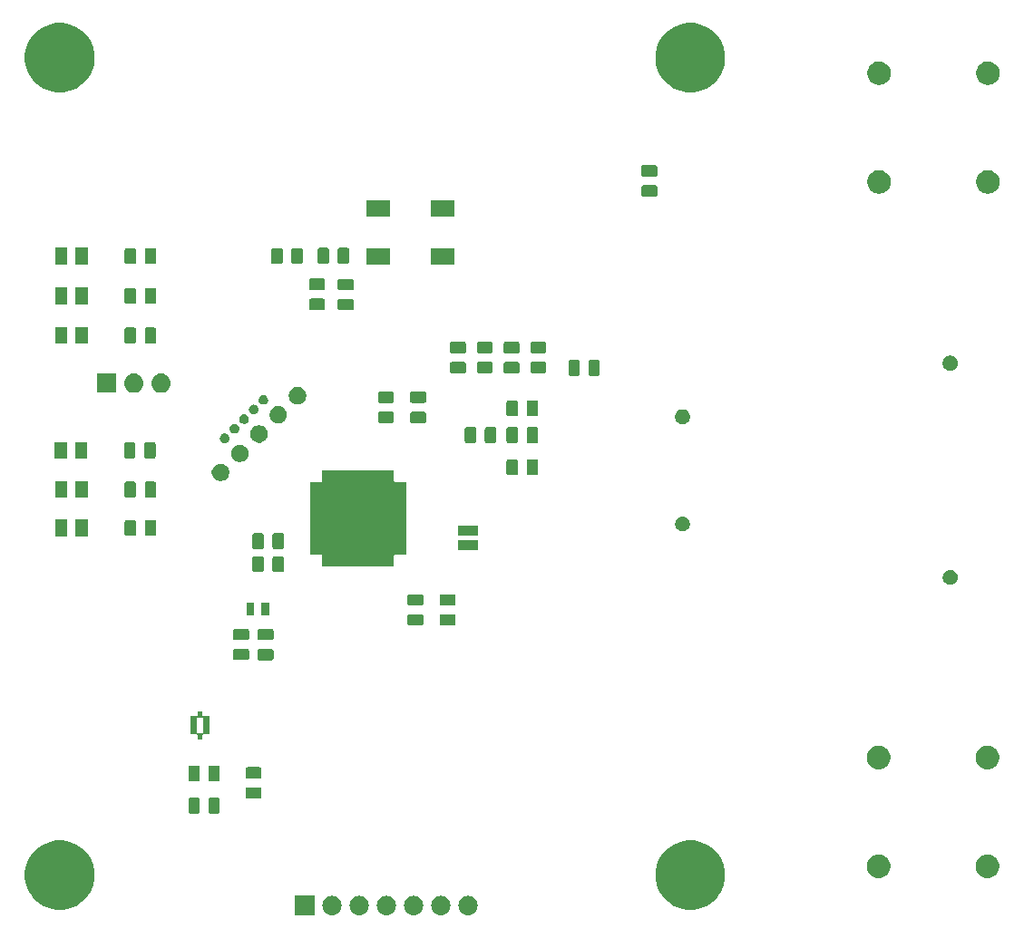
<source format=gts>
G04 #@! TF.GenerationSoftware,KiCad,Pcbnew,5.1.4-3.fc30*
G04 #@! TF.CreationDate,2019-12-04T09:12:17+01:00*
G04 #@! TF.ProjectId,WattFred,57617474-4672-4656-942e-6b696361645f,rev?*
G04 #@! TF.SameCoordinates,Original*
G04 #@! TF.FileFunction,Soldermask,Top*
G04 #@! TF.FilePolarity,Negative*
%FSLAX46Y46*%
G04 Gerber Fmt 4.6, Leading zero omitted, Abs format (unit mm)*
G04 Created by KiCad (PCBNEW 5.1.4-3.fc30) date 2019-12-04 09:12:17*
%MOMM*%
%LPD*%
G04 APERTURE LIST*
%ADD10C,0.100000*%
G04 APERTURE END LIST*
D10*
G36*
X114490443Y-134075519D02*
G01*
X114556627Y-134082037D01*
X114726466Y-134133557D01*
X114882991Y-134217222D01*
X114918729Y-134246552D01*
X115020186Y-134329814D01*
X115103448Y-134431271D01*
X115132778Y-134467009D01*
X115216443Y-134623534D01*
X115267963Y-134793373D01*
X115285359Y-134970000D01*
X115267963Y-135146627D01*
X115216443Y-135316466D01*
X115132778Y-135472991D01*
X115103448Y-135508729D01*
X115020186Y-135610186D01*
X114918729Y-135693448D01*
X114882991Y-135722778D01*
X114726466Y-135806443D01*
X114556627Y-135857963D01*
X114490443Y-135864481D01*
X114424260Y-135871000D01*
X114335740Y-135871000D01*
X114269557Y-135864481D01*
X114203373Y-135857963D01*
X114033534Y-135806443D01*
X113877009Y-135722778D01*
X113841271Y-135693448D01*
X113739814Y-135610186D01*
X113656552Y-135508729D01*
X113627222Y-135472991D01*
X113543557Y-135316466D01*
X113492037Y-135146627D01*
X113474641Y-134970000D01*
X113492037Y-134793373D01*
X113543557Y-134623534D01*
X113627222Y-134467009D01*
X113656552Y-134431271D01*
X113739814Y-134329814D01*
X113841271Y-134246552D01*
X113877009Y-134217222D01*
X114033534Y-134133557D01*
X114203373Y-134082037D01*
X114269557Y-134075519D01*
X114335740Y-134069000D01*
X114424260Y-134069000D01*
X114490443Y-134075519D01*
X114490443Y-134075519D01*
G37*
G36*
X117030443Y-134075519D02*
G01*
X117096627Y-134082037D01*
X117266466Y-134133557D01*
X117422991Y-134217222D01*
X117458729Y-134246552D01*
X117560186Y-134329814D01*
X117643448Y-134431271D01*
X117672778Y-134467009D01*
X117756443Y-134623534D01*
X117807963Y-134793373D01*
X117825359Y-134970000D01*
X117807963Y-135146627D01*
X117756443Y-135316466D01*
X117672778Y-135472991D01*
X117643448Y-135508729D01*
X117560186Y-135610186D01*
X117458729Y-135693448D01*
X117422991Y-135722778D01*
X117266466Y-135806443D01*
X117096627Y-135857963D01*
X117030443Y-135864481D01*
X116964260Y-135871000D01*
X116875740Y-135871000D01*
X116809557Y-135864481D01*
X116743373Y-135857963D01*
X116573534Y-135806443D01*
X116417009Y-135722778D01*
X116381271Y-135693448D01*
X116279814Y-135610186D01*
X116196552Y-135508729D01*
X116167222Y-135472991D01*
X116083557Y-135316466D01*
X116032037Y-135146627D01*
X116014641Y-134970000D01*
X116032037Y-134793373D01*
X116083557Y-134623534D01*
X116167222Y-134467009D01*
X116196552Y-134431271D01*
X116279814Y-134329814D01*
X116381271Y-134246552D01*
X116417009Y-134217222D01*
X116573534Y-134133557D01*
X116743373Y-134082037D01*
X116809557Y-134075519D01*
X116875740Y-134069000D01*
X116964260Y-134069000D01*
X117030443Y-134075519D01*
X117030443Y-134075519D01*
G37*
G36*
X119570443Y-134075519D02*
G01*
X119636627Y-134082037D01*
X119806466Y-134133557D01*
X119962991Y-134217222D01*
X119998729Y-134246552D01*
X120100186Y-134329814D01*
X120183448Y-134431271D01*
X120212778Y-134467009D01*
X120296443Y-134623534D01*
X120347963Y-134793373D01*
X120365359Y-134970000D01*
X120347963Y-135146627D01*
X120296443Y-135316466D01*
X120212778Y-135472991D01*
X120183448Y-135508729D01*
X120100186Y-135610186D01*
X119998729Y-135693448D01*
X119962991Y-135722778D01*
X119806466Y-135806443D01*
X119636627Y-135857963D01*
X119570443Y-135864481D01*
X119504260Y-135871000D01*
X119415740Y-135871000D01*
X119349557Y-135864481D01*
X119283373Y-135857963D01*
X119113534Y-135806443D01*
X118957009Y-135722778D01*
X118921271Y-135693448D01*
X118819814Y-135610186D01*
X118736552Y-135508729D01*
X118707222Y-135472991D01*
X118623557Y-135316466D01*
X118572037Y-135146627D01*
X118554641Y-134970000D01*
X118572037Y-134793373D01*
X118623557Y-134623534D01*
X118707222Y-134467009D01*
X118736552Y-134431271D01*
X118819814Y-134329814D01*
X118921271Y-134246552D01*
X118957009Y-134217222D01*
X119113534Y-134133557D01*
X119283373Y-134082037D01*
X119349557Y-134075519D01*
X119415740Y-134069000D01*
X119504260Y-134069000D01*
X119570443Y-134075519D01*
X119570443Y-134075519D01*
G37*
G36*
X105121000Y-135871000D02*
G01*
X103319000Y-135871000D01*
X103319000Y-134069000D01*
X105121000Y-134069000D01*
X105121000Y-135871000D01*
X105121000Y-135871000D01*
G37*
G36*
X109410443Y-134075519D02*
G01*
X109476627Y-134082037D01*
X109646466Y-134133557D01*
X109802991Y-134217222D01*
X109838729Y-134246552D01*
X109940186Y-134329814D01*
X110023448Y-134431271D01*
X110052778Y-134467009D01*
X110136443Y-134623534D01*
X110187963Y-134793373D01*
X110205359Y-134970000D01*
X110187963Y-135146627D01*
X110136443Y-135316466D01*
X110052778Y-135472991D01*
X110023448Y-135508729D01*
X109940186Y-135610186D01*
X109838729Y-135693448D01*
X109802991Y-135722778D01*
X109646466Y-135806443D01*
X109476627Y-135857963D01*
X109410443Y-135864481D01*
X109344260Y-135871000D01*
X109255740Y-135871000D01*
X109189557Y-135864481D01*
X109123373Y-135857963D01*
X108953534Y-135806443D01*
X108797009Y-135722778D01*
X108761271Y-135693448D01*
X108659814Y-135610186D01*
X108576552Y-135508729D01*
X108547222Y-135472991D01*
X108463557Y-135316466D01*
X108412037Y-135146627D01*
X108394641Y-134970000D01*
X108412037Y-134793373D01*
X108463557Y-134623534D01*
X108547222Y-134467009D01*
X108576552Y-134431271D01*
X108659814Y-134329814D01*
X108761271Y-134246552D01*
X108797009Y-134217222D01*
X108953534Y-134133557D01*
X109123373Y-134082037D01*
X109189557Y-134075519D01*
X109255740Y-134069000D01*
X109344260Y-134069000D01*
X109410443Y-134075519D01*
X109410443Y-134075519D01*
G37*
G36*
X106870443Y-134075519D02*
G01*
X106936627Y-134082037D01*
X107106466Y-134133557D01*
X107262991Y-134217222D01*
X107298729Y-134246552D01*
X107400186Y-134329814D01*
X107483448Y-134431271D01*
X107512778Y-134467009D01*
X107596443Y-134623534D01*
X107647963Y-134793373D01*
X107665359Y-134970000D01*
X107647963Y-135146627D01*
X107596443Y-135316466D01*
X107512778Y-135472991D01*
X107483448Y-135508729D01*
X107400186Y-135610186D01*
X107298729Y-135693448D01*
X107262991Y-135722778D01*
X107106466Y-135806443D01*
X106936627Y-135857963D01*
X106870443Y-135864481D01*
X106804260Y-135871000D01*
X106715740Y-135871000D01*
X106649557Y-135864481D01*
X106583373Y-135857963D01*
X106413534Y-135806443D01*
X106257009Y-135722778D01*
X106221271Y-135693448D01*
X106119814Y-135610186D01*
X106036552Y-135508729D01*
X106007222Y-135472991D01*
X105923557Y-135316466D01*
X105872037Y-135146627D01*
X105854641Y-134970000D01*
X105872037Y-134793373D01*
X105923557Y-134623534D01*
X106007222Y-134467009D01*
X106036552Y-134431271D01*
X106119814Y-134329814D01*
X106221271Y-134246552D01*
X106257009Y-134217222D01*
X106413534Y-134133557D01*
X106583373Y-134082037D01*
X106649557Y-134075519D01*
X106715740Y-134069000D01*
X106804260Y-134069000D01*
X106870443Y-134075519D01*
X106870443Y-134075519D01*
G37*
G36*
X111950443Y-134075519D02*
G01*
X112016627Y-134082037D01*
X112186466Y-134133557D01*
X112342991Y-134217222D01*
X112378729Y-134246552D01*
X112480186Y-134329814D01*
X112563448Y-134431271D01*
X112592778Y-134467009D01*
X112676443Y-134623534D01*
X112727963Y-134793373D01*
X112745359Y-134970000D01*
X112727963Y-135146627D01*
X112676443Y-135316466D01*
X112592778Y-135472991D01*
X112563448Y-135508729D01*
X112480186Y-135610186D01*
X112378729Y-135693448D01*
X112342991Y-135722778D01*
X112186466Y-135806443D01*
X112016627Y-135857963D01*
X111950443Y-135864481D01*
X111884260Y-135871000D01*
X111795740Y-135871000D01*
X111729557Y-135864481D01*
X111663373Y-135857963D01*
X111493534Y-135806443D01*
X111337009Y-135722778D01*
X111301271Y-135693448D01*
X111199814Y-135610186D01*
X111116552Y-135508729D01*
X111087222Y-135472991D01*
X111003557Y-135316466D01*
X110952037Y-135146627D01*
X110934641Y-134970000D01*
X110952037Y-134793373D01*
X111003557Y-134623534D01*
X111087222Y-134467009D01*
X111116552Y-134431271D01*
X111199814Y-134329814D01*
X111301271Y-134246552D01*
X111337009Y-134217222D01*
X111493534Y-134133557D01*
X111663373Y-134082037D01*
X111729557Y-134075519D01*
X111795740Y-134069000D01*
X111884260Y-134069000D01*
X111950443Y-134075519D01*
X111950443Y-134075519D01*
G37*
G36*
X81984239Y-128941467D02*
G01*
X82298282Y-129003934D01*
X82889926Y-129249001D01*
X83422392Y-129604784D01*
X83875216Y-130057608D01*
X84230999Y-130590074D01*
X84476066Y-131181718D01*
X84601000Y-131809804D01*
X84601000Y-132450196D01*
X84476066Y-133078282D01*
X84230999Y-133669926D01*
X83964346Y-134069000D01*
X83921210Y-134133558D01*
X83875216Y-134202392D01*
X83422392Y-134655216D01*
X82889926Y-135010999D01*
X82298282Y-135256066D01*
X81994620Y-135316468D01*
X81670197Y-135381000D01*
X81029803Y-135381000D01*
X80705380Y-135316468D01*
X80401718Y-135256066D01*
X79810074Y-135010999D01*
X79277608Y-134655216D01*
X78824784Y-134202392D01*
X78778791Y-134133558D01*
X78735654Y-134069000D01*
X78469001Y-133669926D01*
X78223934Y-133078282D01*
X78099000Y-132450196D01*
X78099000Y-131809804D01*
X78223934Y-131181718D01*
X78469001Y-130590074D01*
X78824784Y-130057608D01*
X79277608Y-129604784D01*
X79810074Y-129249001D01*
X80401718Y-129003934D01*
X80715761Y-128941467D01*
X81029803Y-128879000D01*
X81670197Y-128879000D01*
X81984239Y-128941467D01*
X81984239Y-128941467D01*
G37*
G36*
X140844239Y-128941467D02*
G01*
X141158282Y-129003934D01*
X141749926Y-129249001D01*
X142282392Y-129604784D01*
X142735216Y-130057608D01*
X143090999Y-130590074D01*
X143336066Y-131181718D01*
X143461000Y-131809804D01*
X143461000Y-132450196D01*
X143336066Y-133078282D01*
X143090999Y-133669926D01*
X142824346Y-134069000D01*
X142781210Y-134133558D01*
X142735216Y-134202392D01*
X142282392Y-134655216D01*
X141749926Y-135010999D01*
X141158282Y-135256066D01*
X140854620Y-135316468D01*
X140530197Y-135381000D01*
X139889803Y-135381000D01*
X139565380Y-135316468D01*
X139261718Y-135256066D01*
X138670074Y-135010999D01*
X138137608Y-134655216D01*
X137684784Y-134202392D01*
X137638791Y-134133558D01*
X137595654Y-134069000D01*
X137329001Y-133669926D01*
X137083934Y-133078282D01*
X136959000Y-132450196D01*
X136959000Y-131809804D01*
X137083934Y-131181718D01*
X137329001Y-130590074D01*
X137684784Y-130057608D01*
X138137608Y-129604784D01*
X138670074Y-129249001D01*
X139261718Y-129003934D01*
X139575761Y-128941467D01*
X139889803Y-128879000D01*
X140530197Y-128879000D01*
X140844239Y-128941467D01*
X140844239Y-128941467D01*
G37*
G36*
X157994795Y-130220156D02*
G01*
X158101150Y-130241311D01*
X158201334Y-130282809D01*
X158301520Y-130324307D01*
X158481844Y-130444795D01*
X158635205Y-130598156D01*
X158755693Y-130778480D01*
X158838689Y-130978851D01*
X158881000Y-131191560D01*
X158881000Y-131408440D01*
X158838689Y-131621149D01*
X158755693Y-131821520D01*
X158635205Y-132001844D01*
X158481844Y-132155205D01*
X158301520Y-132275693D01*
X158101150Y-132358689D01*
X157994795Y-132379844D01*
X157888440Y-132401000D01*
X157671560Y-132401000D01*
X157565205Y-132379844D01*
X157458850Y-132358689D01*
X157258480Y-132275693D01*
X157078156Y-132155205D01*
X156924795Y-132001844D01*
X156804307Y-131821520D01*
X156721311Y-131621149D01*
X156679000Y-131408440D01*
X156679000Y-131191560D01*
X156721311Y-130978851D01*
X156804307Y-130778480D01*
X156924795Y-130598156D01*
X157078156Y-130444795D01*
X157258480Y-130324307D01*
X157358666Y-130282809D01*
X157458850Y-130241311D01*
X157565205Y-130220156D01*
X157671560Y-130199000D01*
X157888440Y-130199000D01*
X157994795Y-130220156D01*
X157994795Y-130220156D01*
G37*
G36*
X168154795Y-130220156D02*
G01*
X168261150Y-130241311D01*
X168361334Y-130282809D01*
X168461520Y-130324307D01*
X168641844Y-130444795D01*
X168795205Y-130598156D01*
X168915693Y-130778480D01*
X168998689Y-130978851D01*
X169041000Y-131191560D01*
X169041000Y-131408440D01*
X168998689Y-131621149D01*
X168915693Y-131821520D01*
X168795205Y-132001844D01*
X168641844Y-132155205D01*
X168461520Y-132275693D01*
X168261150Y-132358689D01*
X168154795Y-132379844D01*
X168048440Y-132401000D01*
X167831560Y-132401000D01*
X167725205Y-132379844D01*
X167618850Y-132358689D01*
X167418480Y-132275693D01*
X167238156Y-132155205D01*
X167084795Y-132001844D01*
X166964307Y-131821520D01*
X166881311Y-131621149D01*
X166839000Y-131408440D01*
X166839000Y-131191560D01*
X166881311Y-130978851D01*
X166964307Y-130778480D01*
X167084795Y-130598156D01*
X167238156Y-130444795D01*
X167418480Y-130324307D01*
X167518666Y-130282809D01*
X167618850Y-130241311D01*
X167725205Y-130220156D01*
X167831560Y-130199000D01*
X168048440Y-130199000D01*
X168154795Y-130220156D01*
X168154795Y-130220156D01*
G37*
G36*
X96129468Y-124898565D02*
G01*
X96168138Y-124910296D01*
X96203777Y-124929346D01*
X96235017Y-124954983D01*
X96260654Y-124986223D01*
X96279704Y-125021862D01*
X96291435Y-125060532D01*
X96296000Y-125106888D01*
X96296000Y-126183112D01*
X96291435Y-126229468D01*
X96279704Y-126268138D01*
X96260654Y-126303777D01*
X96235017Y-126335017D01*
X96203777Y-126360654D01*
X96168138Y-126379704D01*
X96129468Y-126391435D01*
X96083112Y-126396000D01*
X95431888Y-126396000D01*
X95385532Y-126391435D01*
X95346862Y-126379704D01*
X95311223Y-126360654D01*
X95279983Y-126335017D01*
X95254346Y-126303777D01*
X95235296Y-126268138D01*
X95223565Y-126229468D01*
X95219000Y-126183112D01*
X95219000Y-125106888D01*
X95223565Y-125060532D01*
X95235296Y-125021862D01*
X95254346Y-124986223D01*
X95279983Y-124954983D01*
X95311223Y-124929346D01*
X95346862Y-124910296D01*
X95385532Y-124898565D01*
X95431888Y-124894000D01*
X96083112Y-124894000D01*
X96129468Y-124898565D01*
X96129468Y-124898565D01*
G37*
G36*
X94254468Y-124898565D02*
G01*
X94293138Y-124910296D01*
X94328777Y-124929346D01*
X94360017Y-124954983D01*
X94385654Y-124986223D01*
X94404704Y-125021862D01*
X94416435Y-125060532D01*
X94421000Y-125106888D01*
X94421000Y-126183112D01*
X94416435Y-126229468D01*
X94404704Y-126268138D01*
X94385654Y-126303777D01*
X94360017Y-126335017D01*
X94328777Y-126360654D01*
X94293138Y-126379704D01*
X94254468Y-126391435D01*
X94208112Y-126396000D01*
X93556888Y-126396000D01*
X93510532Y-126391435D01*
X93471862Y-126379704D01*
X93436223Y-126360654D01*
X93404983Y-126335017D01*
X93379346Y-126303777D01*
X93360296Y-126268138D01*
X93348565Y-126229468D01*
X93344000Y-126183112D01*
X93344000Y-125106888D01*
X93348565Y-125060532D01*
X93360296Y-125021862D01*
X93379346Y-124986223D01*
X93404983Y-124954983D01*
X93436223Y-124929346D01*
X93471862Y-124910296D01*
X93510532Y-124898565D01*
X93556888Y-124894000D01*
X94208112Y-124894000D01*
X94254468Y-124898565D01*
X94254468Y-124898565D01*
G37*
G36*
X100014468Y-123921065D02*
G01*
X100053138Y-123932796D01*
X100088777Y-123951846D01*
X100120017Y-123977483D01*
X100145654Y-124008723D01*
X100164704Y-124044362D01*
X100176435Y-124083032D01*
X100181000Y-124129388D01*
X100181000Y-124780612D01*
X100176435Y-124826968D01*
X100164704Y-124865638D01*
X100145654Y-124901277D01*
X100120017Y-124932517D01*
X100088777Y-124958154D01*
X100053138Y-124977204D01*
X100014468Y-124988935D01*
X99968112Y-124993500D01*
X98891888Y-124993500D01*
X98845532Y-124988935D01*
X98806862Y-124977204D01*
X98771223Y-124958154D01*
X98739983Y-124932517D01*
X98714346Y-124901277D01*
X98695296Y-124865638D01*
X98683565Y-124826968D01*
X98679000Y-124780612D01*
X98679000Y-124129388D01*
X98683565Y-124083032D01*
X98695296Y-124044362D01*
X98714346Y-124008723D01*
X98739983Y-123977483D01*
X98771223Y-123951846D01*
X98806862Y-123932796D01*
X98845532Y-123921065D01*
X98891888Y-123916500D01*
X99968112Y-123916500D01*
X100014468Y-123921065D01*
X100014468Y-123921065D01*
G37*
G36*
X94254468Y-121898565D02*
G01*
X94293138Y-121910296D01*
X94328777Y-121929346D01*
X94360017Y-121954983D01*
X94385654Y-121986223D01*
X94404704Y-122021862D01*
X94416435Y-122060532D01*
X94421000Y-122106888D01*
X94421000Y-123183112D01*
X94416435Y-123229468D01*
X94404704Y-123268138D01*
X94385654Y-123303777D01*
X94360017Y-123335017D01*
X94328777Y-123360654D01*
X94293138Y-123379704D01*
X94254468Y-123391435D01*
X94208112Y-123396000D01*
X93556888Y-123396000D01*
X93510532Y-123391435D01*
X93471862Y-123379704D01*
X93436223Y-123360654D01*
X93404983Y-123335017D01*
X93379346Y-123303777D01*
X93360296Y-123268138D01*
X93348565Y-123229468D01*
X93344000Y-123183112D01*
X93344000Y-122106888D01*
X93348565Y-122060532D01*
X93360296Y-122021862D01*
X93379346Y-121986223D01*
X93404983Y-121954983D01*
X93436223Y-121929346D01*
X93471862Y-121910296D01*
X93510532Y-121898565D01*
X93556888Y-121894000D01*
X94208112Y-121894000D01*
X94254468Y-121898565D01*
X94254468Y-121898565D01*
G37*
G36*
X96129468Y-121898565D02*
G01*
X96168138Y-121910296D01*
X96203777Y-121929346D01*
X96235017Y-121954983D01*
X96260654Y-121986223D01*
X96279704Y-122021862D01*
X96291435Y-122060532D01*
X96296000Y-122106888D01*
X96296000Y-123183112D01*
X96291435Y-123229468D01*
X96279704Y-123268138D01*
X96260654Y-123303777D01*
X96235017Y-123335017D01*
X96203777Y-123360654D01*
X96168138Y-123379704D01*
X96129468Y-123391435D01*
X96083112Y-123396000D01*
X95431888Y-123396000D01*
X95385532Y-123391435D01*
X95346862Y-123379704D01*
X95311223Y-123360654D01*
X95279983Y-123335017D01*
X95254346Y-123303777D01*
X95235296Y-123268138D01*
X95223565Y-123229468D01*
X95219000Y-123183112D01*
X95219000Y-122106888D01*
X95223565Y-122060532D01*
X95235296Y-122021862D01*
X95254346Y-121986223D01*
X95279983Y-121954983D01*
X95311223Y-121929346D01*
X95346862Y-121910296D01*
X95385532Y-121898565D01*
X95431888Y-121894000D01*
X96083112Y-121894000D01*
X96129468Y-121898565D01*
X96129468Y-121898565D01*
G37*
G36*
X100014468Y-122046065D02*
G01*
X100053138Y-122057796D01*
X100088777Y-122076846D01*
X100120017Y-122102483D01*
X100145654Y-122133723D01*
X100164704Y-122169362D01*
X100176435Y-122208032D01*
X100181000Y-122254388D01*
X100181000Y-122905612D01*
X100176435Y-122951968D01*
X100164704Y-122990638D01*
X100145654Y-123026277D01*
X100120017Y-123057517D01*
X100088777Y-123083154D01*
X100053138Y-123102204D01*
X100014468Y-123113935D01*
X99968112Y-123118500D01*
X98891888Y-123118500D01*
X98845532Y-123113935D01*
X98806862Y-123102204D01*
X98771223Y-123083154D01*
X98739983Y-123057517D01*
X98714346Y-123026277D01*
X98695296Y-122990638D01*
X98683565Y-122951968D01*
X98679000Y-122905612D01*
X98679000Y-122254388D01*
X98683565Y-122208032D01*
X98695296Y-122169362D01*
X98714346Y-122133723D01*
X98739983Y-122102483D01*
X98771223Y-122076846D01*
X98806862Y-122057796D01*
X98845532Y-122046065D01*
X98891888Y-122041500D01*
X99968112Y-122041500D01*
X100014468Y-122046065D01*
X100014468Y-122046065D01*
G37*
G36*
X157994794Y-120060155D02*
G01*
X158101150Y-120081311D01*
X158301520Y-120164307D01*
X158481844Y-120284795D01*
X158635205Y-120438156D01*
X158755693Y-120618480D01*
X158838689Y-120818851D01*
X158881000Y-121031560D01*
X158881000Y-121248440D01*
X158838689Y-121461149D01*
X158755693Y-121661520D01*
X158635205Y-121841844D01*
X158481844Y-121995205D01*
X158301520Y-122115693D01*
X158201334Y-122157191D01*
X158101150Y-122198689D01*
X157994795Y-122219844D01*
X157888440Y-122241000D01*
X157671560Y-122241000D01*
X157565205Y-122219844D01*
X157458850Y-122198689D01*
X157358666Y-122157191D01*
X157258480Y-122115693D01*
X157078156Y-121995205D01*
X156924795Y-121841844D01*
X156804307Y-121661520D01*
X156721311Y-121461149D01*
X156679000Y-121248440D01*
X156679000Y-121031560D01*
X156721311Y-120818851D01*
X156804307Y-120618480D01*
X156924795Y-120438156D01*
X157078156Y-120284795D01*
X157258480Y-120164307D01*
X157458850Y-120081311D01*
X157565206Y-120060155D01*
X157671560Y-120039000D01*
X157888440Y-120039000D01*
X157994794Y-120060155D01*
X157994794Y-120060155D01*
G37*
G36*
X168154794Y-120060155D02*
G01*
X168261150Y-120081311D01*
X168461520Y-120164307D01*
X168641844Y-120284795D01*
X168795205Y-120438156D01*
X168915693Y-120618480D01*
X168998689Y-120818851D01*
X169041000Y-121031560D01*
X169041000Y-121248440D01*
X168998689Y-121461149D01*
X168915693Y-121661520D01*
X168795205Y-121841844D01*
X168641844Y-121995205D01*
X168461520Y-122115693D01*
X168361334Y-122157191D01*
X168261150Y-122198689D01*
X168154795Y-122219844D01*
X168048440Y-122241000D01*
X167831560Y-122241000D01*
X167725205Y-122219844D01*
X167618850Y-122198689D01*
X167518666Y-122157191D01*
X167418480Y-122115693D01*
X167238156Y-121995205D01*
X167084795Y-121841844D01*
X166964307Y-121661520D01*
X166881311Y-121461149D01*
X166839000Y-121248440D01*
X166839000Y-121031560D01*
X166881311Y-120818851D01*
X166964307Y-120618480D01*
X167084795Y-120438156D01*
X167238156Y-120284795D01*
X167418480Y-120164307D01*
X167618850Y-120081311D01*
X167725206Y-120060155D01*
X167831560Y-120039000D01*
X168048440Y-120039000D01*
X168154794Y-120060155D01*
X168154794Y-120060155D01*
G37*
G36*
X94646000Y-117169001D02*
G01*
X94648402Y-117193387D01*
X94655515Y-117216836D01*
X94667066Y-117238447D01*
X94682611Y-117257389D01*
X94701553Y-117272934D01*
X94723164Y-117284485D01*
X94746613Y-117291598D01*
X94770999Y-117294000D01*
X95371000Y-117294000D01*
X95371000Y-118996000D01*
X94770999Y-118996000D01*
X94746613Y-118998402D01*
X94723164Y-119005515D01*
X94701553Y-119017066D01*
X94682611Y-119032611D01*
X94667066Y-119051553D01*
X94655515Y-119073164D01*
X94648402Y-119096613D01*
X94646000Y-119120999D01*
X94646000Y-119446000D01*
X94244000Y-119446000D01*
X94244000Y-119120999D01*
X94241598Y-119096613D01*
X94234485Y-119073164D01*
X94222934Y-119051553D01*
X94207389Y-119032611D01*
X94188447Y-119017066D01*
X94166836Y-119005515D01*
X94143387Y-118998402D01*
X94119001Y-118996000D01*
X93519000Y-118996000D01*
X93519000Y-117570999D01*
X94121000Y-117570999D01*
X94121000Y-118719001D01*
X94123402Y-118743387D01*
X94130515Y-118766836D01*
X94142066Y-118788447D01*
X94157611Y-118807389D01*
X94176553Y-118822934D01*
X94198164Y-118834485D01*
X94221613Y-118841598D01*
X94245999Y-118844000D01*
X94644001Y-118844000D01*
X94668387Y-118841598D01*
X94691836Y-118834485D01*
X94713447Y-118822934D01*
X94732389Y-118807389D01*
X94747934Y-118788447D01*
X94759485Y-118766836D01*
X94766598Y-118743387D01*
X94769000Y-118719001D01*
X94769000Y-117570999D01*
X94766598Y-117546613D01*
X94759485Y-117523164D01*
X94747934Y-117501553D01*
X94732389Y-117482611D01*
X94713447Y-117467066D01*
X94691836Y-117455515D01*
X94668387Y-117448402D01*
X94644001Y-117446000D01*
X94245999Y-117446000D01*
X94221613Y-117448402D01*
X94198164Y-117455515D01*
X94176553Y-117467066D01*
X94157611Y-117482611D01*
X94142066Y-117501553D01*
X94130515Y-117523164D01*
X94123402Y-117546613D01*
X94121000Y-117570999D01*
X93519000Y-117570999D01*
X93519000Y-117294000D01*
X94119001Y-117294000D01*
X94143387Y-117291598D01*
X94166836Y-117284485D01*
X94188447Y-117272934D01*
X94207389Y-117257389D01*
X94222934Y-117238447D01*
X94234485Y-117216836D01*
X94241598Y-117193387D01*
X94244000Y-117169001D01*
X94244000Y-116844000D01*
X94646000Y-116844000D01*
X94646000Y-117169001D01*
X94646000Y-117169001D01*
G37*
G36*
X101134468Y-110996065D02*
G01*
X101173138Y-111007796D01*
X101208777Y-111026846D01*
X101240017Y-111052483D01*
X101265654Y-111083723D01*
X101284704Y-111119362D01*
X101296435Y-111158032D01*
X101301000Y-111204388D01*
X101301000Y-111855612D01*
X101296435Y-111901968D01*
X101284704Y-111940638D01*
X101265654Y-111976277D01*
X101240017Y-112007517D01*
X101208777Y-112033154D01*
X101173138Y-112052204D01*
X101134468Y-112063935D01*
X101088112Y-112068500D01*
X100011888Y-112068500D01*
X99965532Y-112063935D01*
X99926862Y-112052204D01*
X99891223Y-112033154D01*
X99859983Y-112007517D01*
X99834346Y-111976277D01*
X99815296Y-111940638D01*
X99803565Y-111901968D01*
X99799000Y-111855612D01*
X99799000Y-111204388D01*
X99803565Y-111158032D01*
X99815296Y-111119362D01*
X99834346Y-111083723D01*
X99859983Y-111052483D01*
X99891223Y-111026846D01*
X99926862Y-111007796D01*
X99965532Y-110996065D01*
X100011888Y-110991500D01*
X101088112Y-110991500D01*
X101134468Y-110996065D01*
X101134468Y-110996065D01*
G37*
G36*
X98854468Y-110981065D02*
G01*
X98893138Y-110992796D01*
X98928777Y-111011846D01*
X98960017Y-111037483D01*
X98985654Y-111068723D01*
X99004704Y-111104362D01*
X99016435Y-111143032D01*
X99021000Y-111189388D01*
X99021000Y-111840612D01*
X99016435Y-111886968D01*
X99004704Y-111925638D01*
X98985654Y-111961277D01*
X98960017Y-111992517D01*
X98928777Y-112018154D01*
X98893138Y-112037204D01*
X98854468Y-112048935D01*
X98808112Y-112053500D01*
X97731888Y-112053500D01*
X97685532Y-112048935D01*
X97646862Y-112037204D01*
X97611223Y-112018154D01*
X97579983Y-111992517D01*
X97554346Y-111961277D01*
X97535296Y-111925638D01*
X97523565Y-111886968D01*
X97519000Y-111840612D01*
X97519000Y-111189388D01*
X97523565Y-111143032D01*
X97535296Y-111104362D01*
X97554346Y-111068723D01*
X97579983Y-111037483D01*
X97611223Y-111011846D01*
X97646862Y-110992796D01*
X97685532Y-110981065D01*
X97731888Y-110976500D01*
X98808112Y-110976500D01*
X98854468Y-110981065D01*
X98854468Y-110981065D01*
G37*
G36*
X101134468Y-109121065D02*
G01*
X101173138Y-109132796D01*
X101208777Y-109151846D01*
X101240017Y-109177483D01*
X101265654Y-109208723D01*
X101284704Y-109244362D01*
X101296435Y-109283032D01*
X101301000Y-109329388D01*
X101301000Y-109980612D01*
X101296435Y-110026968D01*
X101284704Y-110065638D01*
X101265654Y-110101277D01*
X101240017Y-110132517D01*
X101208777Y-110158154D01*
X101173138Y-110177204D01*
X101134468Y-110188935D01*
X101088112Y-110193500D01*
X100011888Y-110193500D01*
X99965532Y-110188935D01*
X99926862Y-110177204D01*
X99891223Y-110158154D01*
X99859983Y-110132517D01*
X99834346Y-110101277D01*
X99815296Y-110065638D01*
X99803565Y-110026968D01*
X99799000Y-109980612D01*
X99799000Y-109329388D01*
X99803565Y-109283032D01*
X99815296Y-109244362D01*
X99834346Y-109208723D01*
X99859983Y-109177483D01*
X99891223Y-109151846D01*
X99926862Y-109132796D01*
X99965532Y-109121065D01*
X100011888Y-109116500D01*
X101088112Y-109116500D01*
X101134468Y-109121065D01*
X101134468Y-109121065D01*
G37*
G36*
X98854468Y-109106065D02*
G01*
X98893138Y-109117796D01*
X98928777Y-109136846D01*
X98960017Y-109162483D01*
X98985654Y-109193723D01*
X99004704Y-109229362D01*
X99016435Y-109268032D01*
X99021000Y-109314388D01*
X99021000Y-109965612D01*
X99016435Y-110011968D01*
X99004704Y-110050638D01*
X98985654Y-110086277D01*
X98960017Y-110117517D01*
X98928777Y-110143154D01*
X98893138Y-110162204D01*
X98854468Y-110173935D01*
X98808112Y-110178500D01*
X97731888Y-110178500D01*
X97685532Y-110173935D01*
X97646862Y-110162204D01*
X97611223Y-110143154D01*
X97579983Y-110117517D01*
X97554346Y-110086277D01*
X97535296Y-110050638D01*
X97523565Y-110011968D01*
X97519000Y-109965612D01*
X97519000Y-109314388D01*
X97523565Y-109268032D01*
X97535296Y-109229362D01*
X97554346Y-109193723D01*
X97579983Y-109162483D01*
X97611223Y-109136846D01*
X97646862Y-109117796D01*
X97685532Y-109106065D01*
X97731888Y-109101500D01*
X98808112Y-109101500D01*
X98854468Y-109106065D01*
X98854468Y-109106065D01*
G37*
G36*
X115134468Y-107758565D02*
G01*
X115173138Y-107770296D01*
X115208777Y-107789346D01*
X115240017Y-107814983D01*
X115265654Y-107846223D01*
X115284704Y-107881862D01*
X115296435Y-107920532D01*
X115301000Y-107966888D01*
X115301000Y-108618112D01*
X115296435Y-108664468D01*
X115284704Y-108703138D01*
X115265654Y-108738777D01*
X115240017Y-108770017D01*
X115208777Y-108795654D01*
X115173138Y-108814704D01*
X115134468Y-108826435D01*
X115088112Y-108831000D01*
X114011888Y-108831000D01*
X113965532Y-108826435D01*
X113926862Y-108814704D01*
X113891223Y-108795654D01*
X113859983Y-108770017D01*
X113834346Y-108738777D01*
X113815296Y-108703138D01*
X113803565Y-108664468D01*
X113799000Y-108618112D01*
X113799000Y-107966888D01*
X113803565Y-107920532D01*
X113815296Y-107881862D01*
X113834346Y-107846223D01*
X113859983Y-107814983D01*
X113891223Y-107789346D01*
X113926862Y-107770296D01*
X113965532Y-107758565D01*
X114011888Y-107754000D01*
X115088112Y-107754000D01*
X115134468Y-107758565D01*
X115134468Y-107758565D01*
G37*
G36*
X118134468Y-107758565D02*
G01*
X118173138Y-107770296D01*
X118208777Y-107789346D01*
X118240017Y-107814983D01*
X118265654Y-107846223D01*
X118284704Y-107881862D01*
X118296435Y-107920532D01*
X118301000Y-107966888D01*
X118301000Y-108618112D01*
X118296435Y-108664468D01*
X118284704Y-108703138D01*
X118265654Y-108738777D01*
X118240017Y-108770017D01*
X118208777Y-108795654D01*
X118173138Y-108814704D01*
X118134468Y-108826435D01*
X118088112Y-108831000D01*
X117011888Y-108831000D01*
X116965532Y-108826435D01*
X116926862Y-108814704D01*
X116891223Y-108795654D01*
X116859983Y-108770017D01*
X116834346Y-108738777D01*
X116815296Y-108703138D01*
X116803565Y-108664468D01*
X116799000Y-108618112D01*
X116799000Y-107966888D01*
X116803565Y-107920532D01*
X116815296Y-107881862D01*
X116834346Y-107846223D01*
X116859983Y-107814983D01*
X116891223Y-107789346D01*
X116926862Y-107770296D01*
X116965532Y-107758565D01*
X117011888Y-107754000D01*
X118088112Y-107754000D01*
X118134468Y-107758565D01*
X118134468Y-107758565D01*
G37*
G36*
X99481000Y-107871000D02*
G01*
X98779000Y-107871000D01*
X98779000Y-106669000D01*
X99481000Y-106669000D01*
X99481000Y-107871000D01*
X99481000Y-107871000D01*
G37*
G36*
X100881000Y-107871000D02*
G01*
X100179000Y-107871000D01*
X100179000Y-106669000D01*
X100881000Y-106669000D01*
X100881000Y-107871000D01*
X100881000Y-107871000D01*
G37*
G36*
X118134468Y-105883565D02*
G01*
X118173138Y-105895296D01*
X118208777Y-105914346D01*
X118240017Y-105939983D01*
X118265654Y-105971223D01*
X118284704Y-106006862D01*
X118296435Y-106045532D01*
X118301000Y-106091888D01*
X118301000Y-106743112D01*
X118296435Y-106789468D01*
X118284704Y-106828138D01*
X118265654Y-106863777D01*
X118240017Y-106895017D01*
X118208777Y-106920654D01*
X118173138Y-106939704D01*
X118134468Y-106951435D01*
X118088112Y-106956000D01*
X117011888Y-106956000D01*
X116965532Y-106951435D01*
X116926862Y-106939704D01*
X116891223Y-106920654D01*
X116859983Y-106895017D01*
X116834346Y-106863777D01*
X116815296Y-106828138D01*
X116803565Y-106789468D01*
X116799000Y-106743112D01*
X116799000Y-106091888D01*
X116803565Y-106045532D01*
X116815296Y-106006862D01*
X116834346Y-105971223D01*
X116859983Y-105939983D01*
X116891223Y-105914346D01*
X116926862Y-105895296D01*
X116965532Y-105883565D01*
X117011888Y-105879000D01*
X118088112Y-105879000D01*
X118134468Y-105883565D01*
X118134468Y-105883565D01*
G37*
G36*
X115134468Y-105883565D02*
G01*
X115173138Y-105895296D01*
X115208777Y-105914346D01*
X115240017Y-105939983D01*
X115265654Y-105971223D01*
X115284704Y-106006862D01*
X115296435Y-106045532D01*
X115301000Y-106091888D01*
X115301000Y-106743112D01*
X115296435Y-106789468D01*
X115284704Y-106828138D01*
X115265654Y-106863777D01*
X115240017Y-106895017D01*
X115208777Y-106920654D01*
X115173138Y-106939704D01*
X115134468Y-106951435D01*
X115088112Y-106956000D01*
X114011888Y-106956000D01*
X113965532Y-106951435D01*
X113926862Y-106939704D01*
X113891223Y-106920654D01*
X113859983Y-106895017D01*
X113834346Y-106863777D01*
X113815296Y-106828138D01*
X113803565Y-106789468D01*
X113799000Y-106743112D01*
X113799000Y-106091888D01*
X113803565Y-106045532D01*
X113815296Y-106006862D01*
X113834346Y-105971223D01*
X113859983Y-105939983D01*
X113891223Y-105914346D01*
X113926862Y-105895296D01*
X113965532Y-105883565D01*
X114011888Y-105879000D01*
X115088112Y-105879000D01*
X115134468Y-105883565D01*
X115134468Y-105883565D01*
G37*
G36*
X164684473Y-103635938D02*
G01*
X164812049Y-103688782D01*
X164926859Y-103765495D01*
X165024505Y-103863141D01*
X165101218Y-103977951D01*
X165154062Y-104105527D01*
X165181000Y-104240956D01*
X165181000Y-104379044D01*
X165154062Y-104514473D01*
X165101218Y-104642049D01*
X165024505Y-104756859D01*
X164926859Y-104854505D01*
X164812049Y-104931218D01*
X164684473Y-104984062D01*
X164549044Y-105011000D01*
X164410956Y-105011000D01*
X164275527Y-104984062D01*
X164147951Y-104931218D01*
X164033141Y-104854505D01*
X163935495Y-104756859D01*
X163858782Y-104642049D01*
X163805938Y-104514473D01*
X163779000Y-104379044D01*
X163779000Y-104240956D01*
X163805938Y-104105527D01*
X163858782Y-103977951D01*
X163935495Y-103863141D01*
X164033141Y-103765495D01*
X164147951Y-103688782D01*
X164275527Y-103635938D01*
X164410956Y-103609000D01*
X164549044Y-103609000D01*
X164684473Y-103635938D01*
X164684473Y-103635938D01*
G37*
G36*
X102109468Y-102328565D02*
G01*
X102148138Y-102340296D01*
X102183777Y-102359346D01*
X102215017Y-102384983D01*
X102240654Y-102416223D01*
X102259704Y-102451862D01*
X102271435Y-102490532D01*
X102276000Y-102536888D01*
X102276000Y-103613112D01*
X102271435Y-103659468D01*
X102259704Y-103698138D01*
X102240654Y-103733777D01*
X102215017Y-103765017D01*
X102183777Y-103790654D01*
X102148138Y-103809704D01*
X102109468Y-103821435D01*
X102063112Y-103826000D01*
X101411888Y-103826000D01*
X101365532Y-103821435D01*
X101326862Y-103809704D01*
X101291223Y-103790654D01*
X101259983Y-103765017D01*
X101234346Y-103733777D01*
X101215296Y-103698138D01*
X101203565Y-103659468D01*
X101199000Y-103613112D01*
X101199000Y-102536888D01*
X101203565Y-102490532D01*
X101215296Y-102451862D01*
X101234346Y-102416223D01*
X101259983Y-102384983D01*
X101291223Y-102359346D01*
X101326862Y-102340296D01*
X101365532Y-102328565D01*
X101411888Y-102324000D01*
X102063112Y-102324000D01*
X102109468Y-102328565D01*
X102109468Y-102328565D01*
G37*
G36*
X100234468Y-102328565D02*
G01*
X100273138Y-102340296D01*
X100308777Y-102359346D01*
X100340017Y-102384983D01*
X100365654Y-102416223D01*
X100384704Y-102451862D01*
X100396435Y-102490532D01*
X100401000Y-102536888D01*
X100401000Y-103613112D01*
X100396435Y-103659468D01*
X100384704Y-103698138D01*
X100365654Y-103733777D01*
X100340017Y-103765017D01*
X100308777Y-103790654D01*
X100273138Y-103809704D01*
X100234468Y-103821435D01*
X100188112Y-103826000D01*
X99536888Y-103826000D01*
X99490532Y-103821435D01*
X99451862Y-103809704D01*
X99416223Y-103790654D01*
X99384983Y-103765017D01*
X99359346Y-103733777D01*
X99340296Y-103698138D01*
X99328565Y-103659468D01*
X99324000Y-103613112D01*
X99324000Y-102536888D01*
X99328565Y-102490532D01*
X99340296Y-102451862D01*
X99359346Y-102416223D01*
X99384983Y-102384983D01*
X99416223Y-102359346D01*
X99451862Y-102340296D01*
X99490532Y-102328565D01*
X99536888Y-102324000D01*
X100188112Y-102324000D01*
X100234468Y-102328565D01*
X100234468Y-102328565D01*
G37*
G36*
X112549840Y-95325001D02*
G01*
X112552242Y-95349387D01*
X112559355Y-95372836D01*
X112570906Y-95394447D01*
X112586451Y-95413389D01*
X112605393Y-95428934D01*
X112627004Y-95440485D01*
X112650453Y-95447598D01*
X112674839Y-95450000D01*
X113674840Y-95450000D01*
X113674840Y-102152000D01*
X112674839Y-102152000D01*
X112650453Y-102154402D01*
X112627004Y-102161515D01*
X112605393Y-102173066D01*
X112586451Y-102188611D01*
X112570906Y-102207553D01*
X112559355Y-102229164D01*
X112552242Y-102252613D01*
X112549840Y-102276999D01*
X112549840Y-103277000D01*
X105847840Y-103277000D01*
X105847840Y-102276999D01*
X105845438Y-102252613D01*
X105838325Y-102229164D01*
X105826774Y-102207553D01*
X105811229Y-102188611D01*
X105792287Y-102173066D01*
X105770676Y-102161515D01*
X105747227Y-102154402D01*
X105722841Y-102152000D01*
X104722840Y-102152000D01*
X104722840Y-95450000D01*
X105722841Y-95450000D01*
X105747227Y-95447598D01*
X105770676Y-95440485D01*
X105792287Y-95428934D01*
X105811229Y-95413389D01*
X105826774Y-95394447D01*
X105838325Y-95372836D01*
X105845438Y-95349387D01*
X105847840Y-95325001D01*
X105847840Y-94325000D01*
X112549840Y-94325000D01*
X112549840Y-95325001D01*
X112549840Y-95325001D01*
G37*
G36*
X120401000Y-101776000D02*
G01*
X118499000Y-101776000D01*
X118499000Y-100824000D01*
X120401000Y-100824000D01*
X120401000Y-101776000D01*
X120401000Y-101776000D01*
G37*
G36*
X100234468Y-100178565D02*
G01*
X100273138Y-100190296D01*
X100308777Y-100209346D01*
X100340017Y-100234983D01*
X100365654Y-100266223D01*
X100384704Y-100301862D01*
X100396435Y-100340532D01*
X100401000Y-100386888D01*
X100401000Y-101463112D01*
X100396435Y-101509468D01*
X100384704Y-101548138D01*
X100365654Y-101583777D01*
X100340017Y-101615017D01*
X100308777Y-101640654D01*
X100273138Y-101659704D01*
X100234468Y-101671435D01*
X100188112Y-101676000D01*
X99536888Y-101676000D01*
X99490532Y-101671435D01*
X99451862Y-101659704D01*
X99416223Y-101640654D01*
X99384983Y-101615017D01*
X99359346Y-101583777D01*
X99340296Y-101548138D01*
X99328565Y-101509468D01*
X99324000Y-101463112D01*
X99324000Y-100386888D01*
X99328565Y-100340532D01*
X99340296Y-100301862D01*
X99359346Y-100266223D01*
X99384983Y-100234983D01*
X99416223Y-100209346D01*
X99451862Y-100190296D01*
X99490532Y-100178565D01*
X99536888Y-100174000D01*
X100188112Y-100174000D01*
X100234468Y-100178565D01*
X100234468Y-100178565D01*
G37*
G36*
X102109468Y-100178565D02*
G01*
X102148138Y-100190296D01*
X102183777Y-100209346D01*
X102215017Y-100234983D01*
X102240654Y-100266223D01*
X102259704Y-100301862D01*
X102271435Y-100340532D01*
X102276000Y-100386888D01*
X102276000Y-101463112D01*
X102271435Y-101509468D01*
X102259704Y-101548138D01*
X102240654Y-101583777D01*
X102215017Y-101615017D01*
X102183777Y-101640654D01*
X102148138Y-101659704D01*
X102109468Y-101671435D01*
X102063112Y-101676000D01*
X101411888Y-101676000D01*
X101365532Y-101671435D01*
X101326862Y-101659704D01*
X101291223Y-101640654D01*
X101259983Y-101615017D01*
X101234346Y-101583777D01*
X101215296Y-101548138D01*
X101203565Y-101509468D01*
X101199000Y-101463112D01*
X101199000Y-100386888D01*
X101203565Y-100340532D01*
X101215296Y-100301862D01*
X101234346Y-100266223D01*
X101259983Y-100234983D01*
X101291223Y-100209346D01*
X101326862Y-100190296D01*
X101365532Y-100178565D01*
X101411888Y-100174000D01*
X102063112Y-100174000D01*
X102109468Y-100178565D01*
X102109468Y-100178565D01*
G37*
G36*
X83976000Y-100481000D02*
G01*
X82824000Y-100481000D01*
X82824000Y-98929000D01*
X83976000Y-98929000D01*
X83976000Y-100481000D01*
X83976000Y-100481000D01*
G37*
G36*
X82076000Y-100481000D02*
G01*
X80924000Y-100481000D01*
X80924000Y-98929000D01*
X82076000Y-98929000D01*
X82076000Y-100481000D01*
X82076000Y-100481000D01*
G37*
G36*
X88311968Y-98958565D02*
G01*
X88350638Y-98970296D01*
X88386277Y-98989346D01*
X88417517Y-99014983D01*
X88443154Y-99046223D01*
X88462204Y-99081862D01*
X88473935Y-99120532D01*
X88478500Y-99166888D01*
X88478500Y-100243112D01*
X88473935Y-100289468D01*
X88462204Y-100328138D01*
X88443154Y-100363777D01*
X88417517Y-100395017D01*
X88386277Y-100420654D01*
X88350638Y-100439704D01*
X88311968Y-100451435D01*
X88265612Y-100456000D01*
X87614388Y-100456000D01*
X87568032Y-100451435D01*
X87529362Y-100439704D01*
X87493723Y-100420654D01*
X87462483Y-100395017D01*
X87436846Y-100363777D01*
X87417796Y-100328138D01*
X87406065Y-100289468D01*
X87401500Y-100243112D01*
X87401500Y-99166888D01*
X87406065Y-99120532D01*
X87417796Y-99081862D01*
X87436846Y-99046223D01*
X87462483Y-99014983D01*
X87493723Y-98989346D01*
X87529362Y-98970296D01*
X87568032Y-98958565D01*
X87614388Y-98954000D01*
X88265612Y-98954000D01*
X88311968Y-98958565D01*
X88311968Y-98958565D01*
G37*
G36*
X90186968Y-98958565D02*
G01*
X90225638Y-98970296D01*
X90261277Y-98989346D01*
X90292517Y-99014983D01*
X90318154Y-99046223D01*
X90337204Y-99081862D01*
X90348935Y-99120532D01*
X90353500Y-99166888D01*
X90353500Y-100243112D01*
X90348935Y-100289468D01*
X90337204Y-100328138D01*
X90318154Y-100363777D01*
X90292517Y-100395017D01*
X90261277Y-100420654D01*
X90225638Y-100439704D01*
X90186968Y-100451435D01*
X90140612Y-100456000D01*
X89489388Y-100456000D01*
X89443032Y-100451435D01*
X89404362Y-100439704D01*
X89368723Y-100420654D01*
X89337483Y-100395017D01*
X89311846Y-100363777D01*
X89292796Y-100328138D01*
X89281065Y-100289468D01*
X89276500Y-100243112D01*
X89276500Y-99166888D01*
X89281065Y-99120532D01*
X89292796Y-99081862D01*
X89311846Y-99046223D01*
X89337483Y-99014983D01*
X89368723Y-98989346D01*
X89404362Y-98970296D01*
X89443032Y-98958565D01*
X89489388Y-98954000D01*
X90140612Y-98954000D01*
X90186968Y-98958565D01*
X90186968Y-98958565D01*
G37*
G36*
X120401000Y-100426000D02*
G01*
X118499000Y-100426000D01*
X118499000Y-99474000D01*
X120401000Y-99474000D01*
X120401000Y-100426000D01*
X120401000Y-100426000D01*
G37*
G36*
X139684473Y-98635938D02*
G01*
X139812049Y-98688782D01*
X139926859Y-98765495D01*
X140024505Y-98863141D01*
X140101218Y-98977951D01*
X140154062Y-99105527D01*
X140181000Y-99240956D01*
X140181000Y-99379044D01*
X140154062Y-99514473D01*
X140101218Y-99642049D01*
X140024505Y-99756859D01*
X139926859Y-99854505D01*
X139812049Y-99931218D01*
X139684473Y-99984062D01*
X139549044Y-100011000D01*
X139410956Y-100011000D01*
X139275527Y-99984062D01*
X139147951Y-99931218D01*
X139033141Y-99854505D01*
X138935495Y-99756859D01*
X138858782Y-99642049D01*
X138805938Y-99514473D01*
X138779000Y-99379044D01*
X138779000Y-99240956D01*
X138805938Y-99105527D01*
X138858782Y-98977951D01*
X138935495Y-98863141D01*
X139033141Y-98765495D01*
X139147951Y-98688782D01*
X139275527Y-98635938D01*
X139410956Y-98609000D01*
X139549044Y-98609000D01*
X139684473Y-98635938D01*
X139684473Y-98635938D01*
G37*
G36*
X82076000Y-96900000D02*
G01*
X80924000Y-96900000D01*
X80924000Y-95348000D01*
X82076000Y-95348000D01*
X82076000Y-96900000D01*
X82076000Y-96900000D01*
G37*
G36*
X83976000Y-96900000D02*
G01*
X82824000Y-96900000D01*
X82824000Y-95348000D01*
X83976000Y-95348000D01*
X83976000Y-96900000D01*
X83976000Y-96900000D01*
G37*
G36*
X90186968Y-95377565D02*
G01*
X90225638Y-95389296D01*
X90261277Y-95408346D01*
X90292517Y-95433983D01*
X90318154Y-95465223D01*
X90337204Y-95500862D01*
X90348935Y-95539532D01*
X90353500Y-95585888D01*
X90353500Y-96662112D01*
X90348935Y-96708468D01*
X90337204Y-96747138D01*
X90318154Y-96782777D01*
X90292517Y-96814017D01*
X90261277Y-96839654D01*
X90225638Y-96858704D01*
X90186968Y-96870435D01*
X90140612Y-96875000D01*
X89489388Y-96875000D01*
X89443032Y-96870435D01*
X89404362Y-96858704D01*
X89368723Y-96839654D01*
X89337483Y-96814017D01*
X89311846Y-96782777D01*
X89292796Y-96747138D01*
X89281065Y-96708468D01*
X89276500Y-96662112D01*
X89276500Y-95585888D01*
X89281065Y-95539532D01*
X89292796Y-95500862D01*
X89311846Y-95465223D01*
X89337483Y-95433983D01*
X89368723Y-95408346D01*
X89404362Y-95389296D01*
X89443032Y-95377565D01*
X89489388Y-95373000D01*
X90140612Y-95373000D01*
X90186968Y-95377565D01*
X90186968Y-95377565D01*
G37*
G36*
X88311968Y-95377565D02*
G01*
X88350638Y-95389296D01*
X88386277Y-95408346D01*
X88417517Y-95433983D01*
X88443154Y-95465223D01*
X88462204Y-95500862D01*
X88473935Y-95539532D01*
X88478500Y-95585888D01*
X88478500Y-96662112D01*
X88473935Y-96708468D01*
X88462204Y-96747138D01*
X88443154Y-96782777D01*
X88417517Y-96814017D01*
X88386277Y-96839654D01*
X88350638Y-96858704D01*
X88311968Y-96870435D01*
X88265612Y-96875000D01*
X87614388Y-96875000D01*
X87568032Y-96870435D01*
X87529362Y-96858704D01*
X87493723Y-96839654D01*
X87462483Y-96814017D01*
X87436846Y-96782777D01*
X87417796Y-96747138D01*
X87406065Y-96708468D01*
X87401500Y-96662112D01*
X87401500Y-95585888D01*
X87406065Y-95539532D01*
X87417796Y-95500862D01*
X87436846Y-95465223D01*
X87462483Y-95433983D01*
X87493723Y-95408346D01*
X87529362Y-95389296D01*
X87568032Y-95377565D01*
X87614388Y-95373000D01*
X88265612Y-95373000D01*
X88311968Y-95377565D01*
X88311968Y-95377565D01*
G37*
G36*
X96587968Y-93728273D02*
G01*
X96735927Y-93789560D01*
X96869081Y-93878530D01*
X96982327Y-93991776D01*
X97071297Y-94124930D01*
X97132584Y-94272889D01*
X97163826Y-94429956D01*
X97163826Y-94590106D01*
X97132584Y-94747173D01*
X97071297Y-94895132D01*
X96982327Y-95028286D01*
X96869081Y-95141532D01*
X96735927Y-95230502D01*
X96587968Y-95291789D01*
X96430901Y-95323031D01*
X96270751Y-95323031D01*
X96113684Y-95291789D01*
X95965725Y-95230502D01*
X95832571Y-95141532D01*
X95719325Y-95028286D01*
X95630355Y-94895132D01*
X95569068Y-94747173D01*
X95537826Y-94590106D01*
X95537826Y-94429956D01*
X95569068Y-94272889D01*
X95630355Y-94124930D01*
X95719325Y-93991776D01*
X95832571Y-93878530D01*
X95965725Y-93789560D01*
X96113684Y-93728273D01*
X96270751Y-93697031D01*
X96430901Y-93697031D01*
X96587968Y-93728273D01*
X96587968Y-93728273D01*
G37*
G36*
X125834468Y-93278565D02*
G01*
X125873138Y-93290296D01*
X125908777Y-93309346D01*
X125940017Y-93334983D01*
X125965654Y-93366223D01*
X125984704Y-93401862D01*
X125996435Y-93440532D01*
X126001000Y-93486888D01*
X126001000Y-94563112D01*
X125996435Y-94609468D01*
X125984704Y-94648138D01*
X125965654Y-94683777D01*
X125940017Y-94715017D01*
X125908777Y-94740654D01*
X125873138Y-94759704D01*
X125834468Y-94771435D01*
X125788112Y-94776000D01*
X125136888Y-94776000D01*
X125090532Y-94771435D01*
X125051862Y-94759704D01*
X125016223Y-94740654D01*
X124984983Y-94715017D01*
X124959346Y-94683777D01*
X124940296Y-94648138D01*
X124928565Y-94609468D01*
X124924000Y-94563112D01*
X124924000Y-93486888D01*
X124928565Y-93440532D01*
X124940296Y-93401862D01*
X124959346Y-93366223D01*
X124984983Y-93334983D01*
X125016223Y-93309346D01*
X125051862Y-93290296D01*
X125090532Y-93278565D01*
X125136888Y-93274000D01*
X125788112Y-93274000D01*
X125834468Y-93278565D01*
X125834468Y-93278565D01*
G37*
G36*
X123959468Y-93278565D02*
G01*
X123998138Y-93290296D01*
X124033777Y-93309346D01*
X124065017Y-93334983D01*
X124090654Y-93366223D01*
X124109704Y-93401862D01*
X124121435Y-93440532D01*
X124126000Y-93486888D01*
X124126000Y-94563112D01*
X124121435Y-94609468D01*
X124109704Y-94648138D01*
X124090654Y-94683777D01*
X124065017Y-94715017D01*
X124033777Y-94740654D01*
X123998138Y-94759704D01*
X123959468Y-94771435D01*
X123913112Y-94776000D01*
X123261888Y-94776000D01*
X123215532Y-94771435D01*
X123176862Y-94759704D01*
X123141223Y-94740654D01*
X123109983Y-94715017D01*
X123084346Y-94683777D01*
X123065296Y-94648138D01*
X123053565Y-94609468D01*
X123049000Y-94563112D01*
X123049000Y-93486888D01*
X123053565Y-93440532D01*
X123065296Y-93401862D01*
X123084346Y-93366223D01*
X123109983Y-93334983D01*
X123141223Y-93309346D01*
X123176862Y-93290296D01*
X123215532Y-93278565D01*
X123261888Y-93274000D01*
X123913112Y-93274000D01*
X123959468Y-93278565D01*
X123959468Y-93278565D01*
G37*
G36*
X98391091Y-91939293D02*
G01*
X98539050Y-92000580D01*
X98672204Y-92089550D01*
X98785450Y-92202796D01*
X98874420Y-92335950D01*
X98935707Y-92483909D01*
X98966949Y-92640976D01*
X98966949Y-92801126D01*
X98935707Y-92958193D01*
X98874420Y-93106152D01*
X98785450Y-93239306D01*
X98672204Y-93352552D01*
X98539050Y-93441522D01*
X98391091Y-93502809D01*
X98234024Y-93534051D01*
X98073874Y-93534051D01*
X97916807Y-93502809D01*
X97768848Y-93441522D01*
X97635694Y-93352552D01*
X97522448Y-93239306D01*
X97433478Y-93106152D01*
X97372191Y-92958193D01*
X97340949Y-92801126D01*
X97340949Y-92640976D01*
X97372191Y-92483909D01*
X97433478Y-92335950D01*
X97522448Y-92202796D01*
X97635694Y-92089550D01*
X97768848Y-92000580D01*
X97916807Y-91939293D01*
X98073874Y-91908051D01*
X98234024Y-91908051D01*
X98391091Y-91939293D01*
X98391091Y-91939293D01*
G37*
G36*
X82026000Y-93229000D02*
G01*
X80874000Y-93229000D01*
X80874000Y-91677000D01*
X82026000Y-91677000D01*
X82026000Y-93229000D01*
X82026000Y-93229000D01*
G37*
G36*
X83926000Y-93229000D02*
G01*
X82774000Y-93229000D01*
X82774000Y-91677000D01*
X83926000Y-91677000D01*
X83926000Y-93229000D01*
X83926000Y-93229000D01*
G37*
G36*
X88261968Y-91706565D02*
G01*
X88300638Y-91718296D01*
X88336277Y-91737346D01*
X88367517Y-91762983D01*
X88393154Y-91794223D01*
X88412204Y-91829862D01*
X88423935Y-91868532D01*
X88428500Y-91914888D01*
X88428500Y-92991112D01*
X88423935Y-93037468D01*
X88412204Y-93076138D01*
X88393154Y-93111777D01*
X88367517Y-93143017D01*
X88336277Y-93168654D01*
X88300638Y-93187704D01*
X88261968Y-93199435D01*
X88215612Y-93204000D01*
X87564388Y-93204000D01*
X87518032Y-93199435D01*
X87479362Y-93187704D01*
X87443723Y-93168654D01*
X87412483Y-93143017D01*
X87386846Y-93111777D01*
X87367796Y-93076138D01*
X87356065Y-93037468D01*
X87351500Y-92991112D01*
X87351500Y-91914888D01*
X87356065Y-91868532D01*
X87367796Y-91829862D01*
X87386846Y-91794223D01*
X87412483Y-91762983D01*
X87443723Y-91737346D01*
X87479362Y-91718296D01*
X87518032Y-91706565D01*
X87564388Y-91702000D01*
X88215612Y-91702000D01*
X88261968Y-91706565D01*
X88261968Y-91706565D01*
G37*
G36*
X90136968Y-91706565D02*
G01*
X90175638Y-91718296D01*
X90211277Y-91737346D01*
X90242517Y-91762983D01*
X90268154Y-91794223D01*
X90287204Y-91829862D01*
X90298935Y-91868532D01*
X90303500Y-91914888D01*
X90303500Y-92991112D01*
X90298935Y-93037468D01*
X90287204Y-93076138D01*
X90268154Y-93111777D01*
X90242517Y-93143017D01*
X90211277Y-93168654D01*
X90175638Y-93187704D01*
X90136968Y-93199435D01*
X90090612Y-93204000D01*
X89439388Y-93204000D01*
X89393032Y-93199435D01*
X89354362Y-93187704D01*
X89318723Y-93168654D01*
X89287483Y-93143017D01*
X89261846Y-93111777D01*
X89242796Y-93076138D01*
X89231065Y-93037468D01*
X89226500Y-92991112D01*
X89226500Y-91914888D01*
X89231065Y-91868532D01*
X89242796Y-91829862D01*
X89261846Y-91794223D01*
X89287483Y-91762983D01*
X89318723Y-91737346D01*
X89354362Y-91718296D01*
X89393032Y-91706565D01*
X89439388Y-91702000D01*
X90090612Y-91702000D01*
X90136968Y-91706565D01*
X90136968Y-91706565D01*
G37*
G36*
X120059468Y-90278565D02*
G01*
X120098138Y-90290296D01*
X120133777Y-90309346D01*
X120165017Y-90334983D01*
X120190654Y-90366223D01*
X120209704Y-90401862D01*
X120221435Y-90440532D01*
X120226000Y-90486888D01*
X120226000Y-91563112D01*
X120221435Y-91609468D01*
X120209704Y-91648138D01*
X120190654Y-91683777D01*
X120165017Y-91715017D01*
X120133777Y-91740654D01*
X120098138Y-91759704D01*
X120059468Y-91771435D01*
X120013112Y-91776000D01*
X119361888Y-91776000D01*
X119315532Y-91771435D01*
X119276862Y-91759704D01*
X119241223Y-91740654D01*
X119209983Y-91715017D01*
X119184346Y-91683777D01*
X119165296Y-91648138D01*
X119153565Y-91609468D01*
X119149000Y-91563112D01*
X119149000Y-90486888D01*
X119153565Y-90440532D01*
X119165296Y-90401862D01*
X119184346Y-90366223D01*
X119209983Y-90334983D01*
X119241223Y-90309346D01*
X119276862Y-90290296D01*
X119315532Y-90278565D01*
X119361888Y-90274000D01*
X120013112Y-90274000D01*
X120059468Y-90278565D01*
X120059468Y-90278565D01*
G37*
G36*
X121934468Y-90278565D02*
G01*
X121973138Y-90290296D01*
X122008777Y-90309346D01*
X122040017Y-90334983D01*
X122065654Y-90366223D01*
X122084704Y-90401862D01*
X122096435Y-90440532D01*
X122101000Y-90486888D01*
X122101000Y-91563112D01*
X122096435Y-91609468D01*
X122084704Y-91648138D01*
X122065654Y-91683777D01*
X122040017Y-91715017D01*
X122008777Y-91740654D01*
X121973138Y-91759704D01*
X121934468Y-91771435D01*
X121888112Y-91776000D01*
X121236888Y-91776000D01*
X121190532Y-91771435D01*
X121151862Y-91759704D01*
X121116223Y-91740654D01*
X121084983Y-91715017D01*
X121059346Y-91683777D01*
X121040296Y-91648138D01*
X121028565Y-91609468D01*
X121024000Y-91563112D01*
X121024000Y-90486888D01*
X121028565Y-90440532D01*
X121040296Y-90401862D01*
X121059346Y-90366223D01*
X121084983Y-90334983D01*
X121116223Y-90309346D01*
X121151862Y-90290296D01*
X121190532Y-90278565D01*
X121236888Y-90274000D01*
X121888112Y-90274000D01*
X121934468Y-90278565D01*
X121934468Y-90278565D01*
G37*
G36*
X125834468Y-90278565D02*
G01*
X125873138Y-90290296D01*
X125908777Y-90309346D01*
X125940017Y-90334983D01*
X125965654Y-90366223D01*
X125984704Y-90401862D01*
X125996435Y-90440532D01*
X126001000Y-90486888D01*
X126001000Y-91563112D01*
X125996435Y-91609468D01*
X125984704Y-91648138D01*
X125965654Y-91683777D01*
X125940017Y-91715017D01*
X125908777Y-91740654D01*
X125873138Y-91759704D01*
X125834468Y-91771435D01*
X125788112Y-91776000D01*
X125136888Y-91776000D01*
X125090532Y-91771435D01*
X125051862Y-91759704D01*
X125016223Y-91740654D01*
X124984983Y-91715017D01*
X124959346Y-91683777D01*
X124940296Y-91648138D01*
X124928565Y-91609468D01*
X124924000Y-91563112D01*
X124924000Y-90486888D01*
X124928565Y-90440532D01*
X124940296Y-90401862D01*
X124959346Y-90366223D01*
X124984983Y-90334983D01*
X125016223Y-90309346D01*
X125051862Y-90290296D01*
X125090532Y-90278565D01*
X125136888Y-90274000D01*
X125788112Y-90274000D01*
X125834468Y-90278565D01*
X125834468Y-90278565D01*
G37*
G36*
X123959468Y-90278565D02*
G01*
X123998138Y-90290296D01*
X124033777Y-90309346D01*
X124065017Y-90334983D01*
X124090654Y-90366223D01*
X124109704Y-90401862D01*
X124121435Y-90440532D01*
X124126000Y-90486888D01*
X124126000Y-91563112D01*
X124121435Y-91609468D01*
X124109704Y-91648138D01*
X124090654Y-91683777D01*
X124065017Y-91715017D01*
X124033777Y-91740654D01*
X123998138Y-91759704D01*
X123959468Y-91771435D01*
X123913112Y-91776000D01*
X123261888Y-91776000D01*
X123215532Y-91771435D01*
X123176862Y-91759704D01*
X123141223Y-91740654D01*
X123109983Y-91715017D01*
X123084346Y-91683777D01*
X123065296Y-91648138D01*
X123053565Y-91609468D01*
X123049000Y-91563112D01*
X123049000Y-90486888D01*
X123053565Y-90440532D01*
X123065296Y-90401862D01*
X123084346Y-90366223D01*
X123109983Y-90334983D01*
X123141223Y-90309346D01*
X123176862Y-90290296D01*
X123215532Y-90278565D01*
X123261888Y-90274000D01*
X123913112Y-90274000D01*
X123959468Y-90278565D01*
X123959468Y-90278565D01*
G37*
G36*
X96878358Y-90880240D02*
G01*
X96960433Y-90914237D01*
X96960435Y-90914238D01*
X96997619Y-90939084D01*
X97034301Y-90963594D01*
X97097121Y-91026414D01*
X97146478Y-91100282D01*
X97180475Y-91182357D01*
X97197806Y-91269488D01*
X97197806Y-91358330D01*
X97180475Y-91445461D01*
X97155088Y-91506750D01*
X97146477Y-91527538D01*
X97097120Y-91601405D01*
X97034302Y-91664223D01*
X96960435Y-91713580D01*
X96960434Y-91713581D01*
X96960433Y-91713581D01*
X96878358Y-91747578D01*
X96791227Y-91764909D01*
X96702385Y-91764909D01*
X96615254Y-91747578D01*
X96533179Y-91713581D01*
X96533178Y-91713581D01*
X96533177Y-91713580D01*
X96459310Y-91664223D01*
X96396492Y-91601405D01*
X96347135Y-91527538D01*
X96338524Y-91506750D01*
X96313137Y-91445461D01*
X96295806Y-91358330D01*
X96295806Y-91269488D01*
X96313137Y-91182357D01*
X96347134Y-91100282D01*
X96396491Y-91026414D01*
X96459311Y-90963594D01*
X96495993Y-90939084D01*
X96533177Y-90914238D01*
X96533179Y-90914237D01*
X96615254Y-90880240D01*
X96702385Y-90862909D01*
X96791227Y-90862909D01*
X96878358Y-90880240D01*
X96878358Y-90880240D01*
G37*
G36*
X100187142Y-90143242D02*
G01*
X100335101Y-90204529D01*
X100468255Y-90293499D01*
X100581501Y-90406745D01*
X100670471Y-90539899D01*
X100731758Y-90687858D01*
X100763000Y-90844925D01*
X100763000Y-91005075D01*
X100731758Y-91162142D01*
X100670471Y-91310101D01*
X100581501Y-91443255D01*
X100468255Y-91556501D01*
X100335101Y-91645471D01*
X100187142Y-91706758D01*
X100030075Y-91738000D01*
X99869925Y-91738000D01*
X99712858Y-91706758D01*
X99564899Y-91645471D01*
X99431745Y-91556501D01*
X99318499Y-91443255D01*
X99229529Y-91310101D01*
X99168242Y-91162142D01*
X99137000Y-91005075D01*
X99137000Y-90844925D01*
X99168242Y-90687858D01*
X99229529Y-90539899D01*
X99318499Y-90406745D01*
X99431745Y-90293499D01*
X99564899Y-90204529D01*
X99712858Y-90143242D01*
X99869925Y-90112000D01*
X100030075Y-90112000D01*
X100187142Y-90143242D01*
X100187142Y-90143242D01*
G37*
G36*
X97783455Y-89989285D02*
G01*
X97865530Y-90023282D01*
X97865532Y-90023283D01*
X97902716Y-90048129D01*
X97939398Y-90072639D01*
X98002218Y-90135459D01*
X98051575Y-90209327D01*
X98085572Y-90291402D01*
X98102903Y-90378533D01*
X98102903Y-90467375D01*
X98085572Y-90554506D01*
X98051575Y-90636581D01*
X98051574Y-90636583D01*
X98002217Y-90710450D01*
X97939399Y-90773268D01*
X97865532Y-90822625D01*
X97865531Y-90822626D01*
X97865530Y-90822626D01*
X97783455Y-90856623D01*
X97696324Y-90873954D01*
X97607482Y-90873954D01*
X97520351Y-90856623D01*
X97438276Y-90822626D01*
X97438275Y-90822626D01*
X97438274Y-90822625D01*
X97364407Y-90773268D01*
X97301589Y-90710450D01*
X97252232Y-90636583D01*
X97252231Y-90636581D01*
X97218234Y-90554506D01*
X97200903Y-90467375D01*
X97200903Y-90378533D01*
X97218234Y-90291402D01*
X97252231Y-90209327D01*
X97301588Y-90135459D01*
X97364408Y-90072639D01*
X97401090Y-90048129D01*
X97438274Y-90023283D01*
X97438276Y-90023282D01*
X97520351Y-89989285D01*
X97607482Y-89971954D01*
X97696324Y-89971954D01*
X97783455Y-89989285D01*
X97783455Y-89989285D01*
G37*
G36*
X139684473Y-88635938D02*
G01*
X139812049Y-88688782D01*
X139926859Y-88765495D01*
X140024505Y-88863141D01*
X140101218Y-88977951D01*
X140154062Y-89105527D01*
X140181000Y-89240956D01*
X140181000Y-89379044D01*
X140154062Y-89514473D01*
X140101218Y-89642049D01*
X140024505Y-89756859D01*
X139926859Y-89854505D01*
X139812049Y-89931218D01*
X139684473Y-89984062D01*
X139549044Y-90011000D01*
X139410956Y-90011000D01*
X139275527Y-89984062D01*
X139147951Y-89931218D01*
X139033141Y-89854505D01*
X138935495Y-89756859D01*
X138858782Y-89642049D01*
X138805938Y-89514473D01*
X138779000Y-89379044D01*
X138779000Y-89240956D01*
X138805938Y-89105527D01*
X138858782Y-88977951D01*
X138935495Y-88863141D01*
X139033141Y-88765495D01*
X139147951Y-88688782D01*
X139275527Y-88635938D01*
X139410956Y-88609000D01*
X139549044Y-88609000D01*
X139684473Y-88635938D01*
X139684473Y-88635938D01*
G37*
G36*
X98681481Y-89091260D02*
G01*
X98763556Y-89125257D01*
X98763558Y-89125258D01*
X98797800Y-89148138D01*
X98837424Y-89174614D01*
X98900244Y-89237434D01*
X98949601Y-89311302D01*
X98983598Y-89393377D01*
X99000929Y-89480508D01*
X99000929Y-89569350D01*
X98983598Y-89656481D01*
X98951294Y-89734468D01*
X98949600Y-89738558D01*
X98900243Y-89812425D01*
X98837425Y-89875243D01*
X98763558Y-89924600D01*
X98763557Y-89924601D01*
X98763556Y-89924601D01*
X98681481Y-89958598D01*
X98594350Y-89975929D01*
X98505508Y-89975929D01*
X98418377Y-89958598D01*
X98336302Y-89924601D01*
X98336301Y-89924601D01*
X98336300Y-89924600D01*
X98262433Y-89875243D01*
X98199615Y-89812425D01*
X98150258Y-89738558D01*
X98148564Y-89734468D01*
X98116260Y-89656481D01*
X98098929Y-89569350D01*
X98098929Y-89480508D01*
X98116260Y-89393377D01*
X98150257Y-89311302D01*
X98199614Y-89237434D01*
X98262434Y-89174614D01*
X98302058Y-89148138D01*
X98336300Y-89125258D01*
X98336302Y-89125257D01*
X98418377Y-89091260D01*
X98505508Y-89073929D01*
X98594350Y-89073929D01*
X98681481Y-89091260D01*
X98681481Y-89091260D01*
G37*
G36*
X101983193Y-88347191D02*
G01*
X102131152Y-88408478D01*
X102264306Y-88497448D01*
X102377552Y-88610694D01*
X102466522Y-88743848D01*
X102527809Y-88891807D01*
X102559051Y-89048874D01*
X102559051Y-89209024D01*
X102527809Y-89366091D01*
X102466522Y-89514050D01*
X102377552Y-89647204D01*
X102264306Y-89760450D01*
X102131152Y-89849420D01*
X101983193Y-89910707D01*
X101826126Y-89941949D01*
X101665976Y-89941949D01*
X101508909Y-89910707D01*
X101360950Y-89849420D01*
X101227796Y-89760450D01*
X101114550Y-89647204D01*
X101025580Y-89514050D01*
X100964293Y-89366091D01*
X100933051Y-89209024D01*
X100933051Y-89048874D01*
X100964293Y-88891807D01*
X101025580Y-88743848D01*
X101114550Y-88610694D01*
X101227796Y-88497448D01*
X101360950Y-88408478D01*
X101508909Y-88347191D01*
X101665976Y-88315949D01*
X101826126Y-88315949D01*
X101983193Y-88347191D01*
X101983193Y-88347191D01*
G37*
G36*
X115384468Y-88828565D02*
G01*
X115423138Y-88840296D01*
X115458777Y-88859346D01*
X115490017Y-88884983D01*
X115515654Y-88916223D01*
X115534704Y-88951862D01*
X115546435Y-88990532D01*
X115551000Y-89036888D01*
X115551000Y-89688112D01*
X115546435Y-89734468D01*
X115534704Y-89773138D01*
X115515654Y-89808777D01*
X115490017Y-89840017D01*
X115458777Y-89865654D01*
X115423138Y-89884704D01*
X115384468Y-89896435D01*
X115338112Y-89901000D01*
X114261888Y-89901000D01*
X114215532Y-89896435D01*
X114176862Y-89884704D01*
X114141223Y-89865654D01*
X114109983Y-89840017D01*
X114084346Y-89808777D01*
X114065296Y-89773138D01*
X114053565Y-89734468D01*
X114049000Y-89688112D01*
X114049000Y-89036888D01*
X114053565Y-88990532D01*
X114065296Y-88951862D01*
X114084346Y-88916223D01*
X114109983Y-88884983D01*
X114141223Y-88859346D01*
X114176862Y-88840296D01*
X114215532Y-88828565D01*
X114261888Y-88824000D01*
X115338112Y-88824000D01*
X115384468Y-88828565D01*
X115384468Y-88828565D01*
G37*
G36*
X112384468Y-88828565D02*
G01*
X112423138Y-88840296D01*
X112458777Y-88859346D01*
X112490017Y-88884983D01*
X112515654Y-88916223D01*
X112534704Y-88951862D01*
X112546435Y-88990532D01*
X112551000Y-89036888D01*
X112551000Y-89688112D01*
X112546435Y-89734468D01*
X112534704Y-89773138D01*
X112515654Y-89808777D01*
X112490017Y-89840017D01*
X112458777Y-89865654D01*
X112423138Y-89884704D01*
X112384468Y-89896435D01*
X112338112Y-89901000D01*
X111261888Y-89901000D01*
X111215532Y-89896435D01*
X111176862Y-89884704D01*
X111141223Y-89865654D01*
X111109983Y-89840017D01*
X111084346Y-89808777D01*
X111065296Y-89773138D01*
X111053565Y-89734468D01*
X111049000Y-89688112D01*
X111049000Y-89036888D01*
X111053565Y-88990532D01*
X111065296Y-88951862D01*
X111084346Y-88916223D01*
X111109983Y-88884983D01*
X111141223Y-88859346D01*
X111176862Y-88840296D01*
X111215532Y-88828565D01*
X111261888Y-88824000D01*
X112338112Y-88824000D01*
X112384468Y-88828565D01*
X112384468Y-88828565D01*
G37*
G36*
X123959468Y-87778565D02*
G01*
X123998138Y-87790296D01*
X124033777Y-87809346D01*
X124065017Y-87834983D01*
X124090654Y-87866223D01*
X124109704Y-87901862D01*
X124121435Y-87940532D01*
X124126000Y-87986888D01*
X124126000Y-89063112D01*
X124121435Y-89109468D01*
X124109704Y-89148138D01*
X124090654Y-89183777D01*
X124065017Y-89215017D01*
X124033777Y-89240654D01*
X123998138Y-89259704D01*
X123959468Y-89271435D01*
X123913112Y-89276000D01*
X123261888Y-89276000D01*
X123215532Y-89271435D01*
X123176862Y-89259704D01*
X123141223Y-89240654D01*
X123109983Y-89215017D01*
X123084346Y-89183777D01*
X123065296Y-89148138D01*
X123053565Y-89109468D01*
X123049000Y-89063112D01*
X123049000Y-87986888D01*
X123053565Y-87940532D01*
X123065296Y-87901862D01*
X123084346Y-87866223D01*
X123109983Y-87834983D01*
X123141223Y-87809346D01*
X123176862Y-87790296D01*
X123215532Y-87778565D01*
X123261888Y-87774000D01*
X123913112Y-87774000D01*
X123959468Y-87778565D01*
X123959468Y-87778565D01*
G37*
G36*
X125834468Y-87778565D02*
G01*
X125873138Y-87790296D01*
X125908777Y-87809346D01*
X125940017Y-87834983D01*
X125965654Y-87866223D01*
X125984704Y-87901862D01*
X125996435Y-87940532D01*
X126001000Y-87986888D01*
X126001000Y-89063112D01*
X125996435Y-89109468D01*
X125984704Y-89148138D01*
X125965654Y-89183777D01*
X125940017Y-89215017D01*
X125908777Y-89240654D01*
X125873138Y-89259704D01*
X125834468Y-89271435D01*
X125788112Y-89276000D01*
X125136888Y-89276000D01*
X125090532Y-89271435D01*
X125051862Y-89259704D01*
X125016223Y-89240654D01*
X124984983Y-89215017D01*
X124959346Y-89183777D01*
X124940296Y-89148138D01*
X124928565Y-89109468D01*
X124924000Y-89063112D01*
X124924000Y-87986888D01*
X124928565Y-87940532D01*
X124940296Y-87901862D01*
X124959346Y-87866223D01*
X124984983Y-87834983D01*
X125016223Y-87809346D01*
X125051862Y-87790296D01*
X125090532Y-87778565D01*
X125136888Y-87774000D01*
X125788112Y-87774000D01*
X125834468Y-87778565D01*
X125834468Y-87778565D01*
G37*
G36*
X99579506Y-88193234D02*
G01*
X99661581Y-88227231D01*
X99661583Y-88227232D01*
X99698767Y-88252078D01*
X99735449Y-88276588D01*
X99798269Y-88339408D01*
X99847626Y-88413276D01*
X99881623Y-88495351D01*
X99898954Y-88582482D01*
X99898954Y-88671324D01*
X99881623Y-88758455D01*
X99854473Y-88824000D01*
X99847625Y-88840532D01*
X99798268Y-88914399D01*
X99735450Y-88977217D01*
X99661583Y-89026574D01*
X99661582Y-89026575D01*
X99661581Y-89026575D01*
X99579506Y-89060572D01*
X99492375Y-89077903D01*
X99403533Y-89077903D01*
X99316402Y-89060572D01*
X99234327Y-89026575D01*
X99234326Y-89026575D01*
X99234325Y-89026574D01*
X99160458Y-88977217D01*
X99097640Y-88914399D01*
X99048283Y-88840532D01*
X99041435Y-88824000D01*
X99014285Y-88758455D01*
X98996954Y-88671324D01*
X98996954Y-88582482D01*
X99014285Y-88495351D01*
X99048282Y-88413276D01*
X99097639Y-88339408D01*
X99160459Y-88276588D01*
X99197141Y-88252078D01*
X99234325Y-88227232D01*
X99234327Y-88227231D01*
X99316402Y-88193234D01*
X99403533Y-88175903D01*
X99492375Y-88175903D01*
X99579506Y-88193234D01*
X99579506Y-88193234D01*
G37*
G36*
X100477532Y-87295208D02*
G01*
X100559607Y-87329205D01*
X100559609Y-87329206D01*
X100596793Y-87354052D01*
X100633475Y-87378562D01*
X100696295Y-87441382D01*
X100745652Y-87515250D01*
X100779649Y-87597325D01*
X100796980Y-87684456D01*
X100796980Y-87773298D01*
X100779649Y-87860429D01*
X100760633Y-87906337D01*
X100745651Y-87942506D01*
X100696294Y-88016373D01*
X100633476Y-88079191D01*
X100559609Y-88128548D01*
X100559608Y-88128549D01*
X100559607Y-88128549D01*
X100477532Y-88162546D01*
X100390401Y-88179877D01*
X100301559Y-88179877D01*
X100214428Y-88162546D01*
X100132353Y-88128549D01*
X100132352Y-88128549D01*
X100132351Y-88128548D01*
X100058484Y-88079191D01*
X99995666Y-88016373D01*
X99946309Y-87942506D01*
X99931327Y-87906337D01*
X99912311Y-87860429D01*
X99894980Y-87773298D01*
X99894980Y-87684456D01*
X99912311Y-87597325D01*
X99946308Y-87515250D01*
X99995665Y-87441382D01*
X100058485Y-87378562D01*
X100095167Y-87354052D01*
X100132351Y-87329206D01*
X100132353Y-87329205D01*
X100214428Y-87295208D01*
X100301559Y-87277877D01*
X100390401Y-87277877D01*
X100477532Y-87295208D01*
X100477532Y-87295208D01*
G37*
G36*
X103779244Y-86551140D02*
G01*
X103927203Y-86612427D01*
X104060357Y-86701397D01*
X104173603Y-86814643D01*
X104262573Y-86947797D01*
X104323860Y-87095756D01*
X104355102Y-87252823D01*
X104355102Y-87412973D01*
X104323860Y-87570040D01*
X104262573Y-87717999D01*
X104173603Y-87851153D01*
X104060357Y-87964399D01*
X103927203Y-88053369D01*
X103779244Y-88114656D01*
X103622177Y-88145898D01*
X103462027Y-88145898D01*
X103304960Y-88114656D01*
X103157001Y-88053369D01*
X103023847Y-87964399D01*
X102910601Y-87851153D01*
X102821631Y-87717999D01*
X102760344Y-87570040D01*
X102729102Y-87412973D01*
X102729102Y-87252823D01*
X102760344Y-87095756D01*
X102821631Y-86947797D01*
X102910601Y-86814643D01*
X103023847Y-86701397D01*
X103157001Y-86612427D01*
X103304960Y-86551140D01*
X103462027Y-86519898D01*
X103622177Y-86519898D01*
X103779244Y-86551140D01*
X103779244Y-86551140D01*
G37*
G36*
X112384468Y-86953565D02*
G01*
X112423138Y-86965296D01*
X112458777Y-86984346D01*
X112490017Y-87009983D01*
X112515654Y-87041223D01*
X112534704Y-87076862D01*
X112546435Y-87115532D01*
X112551000Y-87161888D01*
X112551000Y-87813112D01*
X112546435Y-87859468D01*
X112534704Y-87898138D01*
X112515654Y-87933777D01*
X112490017Y-87965017D01*
X112458777Y-87990654D01*
X112423138Y-88009704D01*
X112384468Y-88021435D01*
X112338112Y-88026000D01*
X111261888Y-88026000D01*
X111215532Y-88021435D01*
X111176862Y-88009704D01*
X111141223Y-87990654D01*
X111109983Y-87965017D01*
X111084346Y-87933777D01*
X111065296Y-87898138D01*
X111053565Y-87859468D01*
X111049000Y-87813112D01*
X111049000Y-87161888D01*
X111053565Y-87115532D01*
X111065296Y-87076862D01*
X111084346Y-87041223D01*
X111109983Y-87009983D01*
X111141223Y-86984346D01*
X111176862Y-86965296D01*
X111215532Y-86953565D01*
X111261888Y-86949000D01*
X112338112Y-86949000D01*
X112384468Y-86953565D01*
X112384468Y-86953565D01*
G37*
G36*
X115384468Y-86953565D02*
G01*
X115423138Y-86965296D01*
X115458777Y-86984346D01*
X115490017Y-87009983D01*
X115515654Y-87041223D01*
X115534704Y-87076862D01*
X115546435Y-87115532D01*
X115551000Y-87161888D01*
X115551000Y-87813112D01*
X115546435Y-87859468D01*
X115534704Y-87898138D01*
X115515654Y-87933777D01*
X115490017Y-87965017D01*
X115458777Y-87990654D01*
X115423138Y-88009704D01*
X115384468Y-88021435D01*
X115338112Y-88026000D01*
X114261888Y-88026000D01*
X114215532Y-88021435D01*
X114176862Y-88009704D01*
X114141223Y-87990654D01*
X114109983Y-87965017D01*
X114084346Y-87933777D01*
X114065296Y-87898138D01*
X114053565Y-87859468D01*
X114049000Y-87813112D01*
X114049000Y-87161888D01*
X114053565Y-87115532D01*
X114065296Y-87076862D01*
X114084346Y-87041223D01*
X114109983Y-87009983D01*
X114141223Y-86984346D01*
X114176862Y-86965296D01*
X114215532Y-86953565D01*
X114261888Y-86949000D01*
X115338112Y-86949000D01*
X115384468Y-86953565D01*
X115384468Y-86953565D01*
G37*
G36*
X86621000Y-87071000D02*
G01*
X84819000Y-87071000D01*
X84819000Y-85269000D01*
X86621000Y-85269000D01*
X86621000Y-87071000D01*
X86621000Y-87071000D01*
G37*
G36*
X88370443Y-85275519D02*
G01*
X88436627Y-85282037D01*
X88606466Y-85333557D01*
X88762991Y-85417222D01*
X88798729Y-85446552D01*
X88900186Y-85529814D01*
X88983448Y-85631271D01*
X89012778Y-85667009D01*
X89096443Y-85823534D01*
X89147963Y-85993373D01*
X89165359Y-86170000D01*
X89147963Y-86346627D01*
X89096443Y-86516466D01*
X89012778Y-86672991D01*
X88989466Y-86701397D01*
X88900186Y-86810186D01*
X88798729Y-86893448D01*
X88762991Y-86922778D01*
X88606466Y-87006443D01*
X88436627Y-87057963D01*
X88370443Y-87064481D01*
X88304260Y-87071000D01*
X88215740Y-87071000D01*
X88149557Y-87064481D01*
X88083373Y-87057963D01*
X87913534Y-87006443D01*
X87757009Y-86922778D01*
X87721271Y-86893448D01*
X87619814Y-86810186D01*
X87530534Y-86701397D01*
X87507222Y-86672991D01*
X87423557Y-86516466D01*
X87372037Y-86346627D01*
X87354641Y-86170000D01*
X87372037Y-85993373D01*
X87423557Y-85823534D01*
X87507222Y-85667009D01*
X87536552Y-85631271D01*
X87619814Y-85529814D01*
X87721271Y-85446552D01*
X87757009Y-85417222D01*
X87913534Y-85333557D01*
X88083373Y-85282037D01*
X88149557Y-85275519D01*
X88215740Y-85269000D01*
X88304260Y-85269000D01*
X88370443Y-85275519D01*
X88370443Y-85275519D01*
G37*
G36*
X90910443Y-85275519D02*
G01*
X90976627Y-85282037D01*
X91146466Y-85333557D01*
X91302991Y-85417222D01*
X91338729Y-85446552D01*
X91440186Y-85529814D01*
X91523448Y-85631271D01*
X91552778Y-85667009D01*
X91636443Y-85823534D01*
X91687963Y-85993373D01*
X91705359Y-86170000D01*
X91687963Y-86346627D01*
X91636443Y-86516466D01*
X91552778Y-86672991D01*
X91529466Y-86701397D01*
X91440186Y-86810186D01*
X91338729Y-86893448D01*
X91302991Y-86922778D01*
X91146466Y-87006443D01*
X90976627Y-87057963D01*
X90910443Y-87064481D01*
X90844260Y-87071000D01*
X90755740Y-87071000D01*
X90689557Y-87064481D01*
X90623373Y-87057963D01*
X90453534Y-87006443D01*
X90297009Y-86922778D01*
X90261271Y-86893448D01*
X90159814Y-86810186D01*
X90070534Y-86701397D01*
X90047222Y-86672991D01*
X89963557Y-86516466D01*
X89912037Y-86346627D01*
X89894641Y-86170000D01*
X89912037Y-85993373D01*
X89963557Y-85823534D01*
X90047222Y-85667009D01*
X90076552Y-85631271D01*
X90159814Y-85529814D01*
X90261271Y-85446552D01*
X90297009Y-85417222D01*
X90453534Y-85333557D01*
X90623373Y-85282037D01*
X90689557Y-85275519D01*
X90755740Y-85269000D01*
X90844260Y-85269000D01*
X90910443Y-85275519D01*
X90910443Y-85275519D01*
G37*
G36*
X129734468Y-84003565D02*
G01*
X129773138Y-84015296D01*
X129808777Y-84034346D01*
X129840017Y-84059983D01*
X129865654Y-84091223D01*
X129884704Y-84126862D01*
X129896435Y-84165532D01*
X129901000Y-84211888D01*
X129901000Y-85288112D01*
X129896435Y-85334468D01*
X129884704Y-85373138D01*
X129865654Y-85408777D01*
X129840017Y-85440017D01*
X129808777Y-85465654D01*
X129773138Y-85484704D01*
X129734468Y-85496435D01*
X129688112Y-85501000D01*
X129036888Y-85501000D01*
X128990532Y-85496435D01*
X128951862Y-85484704D01*
X128916223Y-85465654D01*
X128884983Y-85440017D01*
X128859346Y-85408777D01*
X128840296Y-85373138D01*
X128828565Y-85334468D01*
X128824000Y-85288112D01*
X128824000Y-84211888D01*
X128828565Y-84165532D01*
X128840296Y-84126862D01*
X128859346Y-84091223D01*
X128884983Y-84059983D01*
X128916223Y-84034346D01*
X128951862Y-84015296D01*
X128990532Y-84003565D01*
X129036888Y-83999000D01*
X129688112Y-83999000D01*
X129734468Y-84003565D01*
X129734468Y-84003565D01*
G37*
G36*
X131609468Y-84003565D02*
G01*
X131648138Y-84015296D01*
X131683777Y-84034346D01*
X131715017Y-84059983D01*
X131740654Y-84091223D01*
X131759704Y-84126862D01*
X131771435Y-84165532D01*
X131776000Y-84211888D01*
X131776000Y-85288112D01*
X131771435Y-85334468D01*
X131759704Y-85373138D01*
X131740654Y-85408777D01*
X131715017Y-85440017D01*
X131683777Y-85465654D01*
X131648138Y-85484704D01*
X131609468Y-85496435D01*
X131563112Y-85501000D01*
X130911888Y-85501000D01*
X130865532Y-85496435D01*
X130826862Y-85484704D01*
X130791223Y-85465654D01*
X130759983Y-85440017D01*
X130734346Y-85408777D01*
X130715296Y-85373138D01*
X130703565Y-85334468D01*
X130699000Y-85288112D01*
X130699000Y-84211888D01*
X130703565Y-84165532D01*
X130715296Y-84126862D01*
X130734346Y-84091223D01*
X130759983Y-84059983D01*
X130791223Y-84034346D01*
X130826862Y-84015296D01*
X130865532Y-84003565D01*
X130911888Y-83999000D01*
X131563112Y-83999000D01*
X131609468Y-84003565D01*
X131609468Y-84003565D01*
G37*
G36*
X126604468Y-84178565D02*
G01*
X126643138Y-84190296D01*
X126678777Y-84209346D01*
X126710017Y-84234983D01*
X126735654Y-84266223D01*
X126754704Y-84301862D01*
X126766435Y-84340532D01*
X126771000Y-84386888D01*
X126771000Y-85038112D01*
X126766435Y-85084468D01*
X126754704Y-85123138D01*
X126735654Y-85158777D01*
X126710017Y-85190017D01*
X126678777Y-85215654D01*
X126643138Y-85234704D01*
X126604468Y-85246435D01*
X126558112Y-85251000D01*
X125481888Y-85251000D01*
X125435532Y-85246435D01*
X125396862Y-85234704D01*
X125361223Y-85215654D01*
X125329983Y-85190017D01*
X125304346Y-85158777D01*
X125285296Y-85123138D01*
X125273565Y-85084468D01*
X125269000Y-85038112D01*
X125269000Y-84386888D01*
X125273565Y-84340532D01*
X125285296Y-84301862D01*
X125304346Y-84266223D01*
X125329983Y-84234983D01*
X125361223Y-84209346D01*
X125396862Y-84190296D01*
X125435532Y-84178565D01*
X125481888Y-84174000D01*
X126558112Y-84174000D01*
X126604468Y-84178565D01*
X126604468Y-84178565D01*
G37*
G36*
X124104468Y-84178565D02*
G01*
X124143138Y-84190296D01*
X124178777Y-84209346D01*
X124210017Y-84234983D01*
X124235654Y-84266223D01*
X124254704Y-84301862D01*
X124266435Y-84340532D01*
X124271000Y-84386888D01*
X124271000Y-85038112D01*
X124266435Y-85084468D01*
X124254704Y-85123138D01*
X124235654Y-85158777D01*
X124210017Y-85190017D01*
X124178777Y-85215654D01*
X124143138Y-85234704D01*
X124104468Y-85246435D01*
X124058112Y-85251000D01*
X122981888Y-85251000D01*
X122935532Y-85246435D01*
X122896862Y-85234704D01*
X122861223Y-85215654D01*
X122829983Y-85190017D01*
X122804346Y-85158777D01*
X122785296Y-85123138D01*
X122773565Y-85084468D01*
X122769000Y-85038112D01*
X122769000Y-84386888D01*
X122773565Y-84340532D01*
X122785296Y-84301862D01*
X122804346Y-84266223D01*
X122829983Y-84234983D01*
X122861223Y-84209346D01*
X122896862Y-84190296D01*
X122935532Y-84178565D01*
X122981888Y-84174000D01*
X124058112Y-84174000D01*
X124104468Y-84178565D01*
X124104468Y-84178565D01*
G37*
G36*
X121604468Y-84178565D02*
G01*
X121643138Y-84190296D01*
X121678777Y-84209346D01*
X121710017Y-84234983D01*
X121735654Y-84266223D01*
X121754704Y-84301862D01*
X121766435Y-84340532D01*
X121771000Y-84386888D01*
X121771000Y-85038112D01*
X121766435Y-85084468D01*
X121754704Y-85123138D01*
X121735654Y-85158777D01*
X121710017Y-85190017D01*
X121678777Y-85215654D01*
X121643138Y-85234704D01*
X121604468Y-85246435D01*
X121558112Y-85251000D01*
X120481888Y-85251000D01*
X120435532Y-85246435D01*
X120396862Y-85234704D01*
X120361223Y-85215654D01*
X120329983Y-85190017D01*
X120304346Y-85158777D01*
X120285296Y-85123138D01*
X120273565Y-85084468D01*
X120269000Y-85038112D01*
X120269000Y-84386888D01*
X120273565Y-84340532D01*
X120285296Y-84301862D01*
X120304346Y-84266223D01*
X120329983Y-84234983D01*
X120361223Y-84209346D01*
X120396862Y-84190296D01*
X120435532Y-84178565D01*
X120481888Y-84174000D01*
X121558112Y-84174000D01*
X121604468Y-84178565D01*
X121604468Y-84178565D01*
G37*
G36*
X119104468Y-84178565D02*
G01*
X119143138Y-84190296D01*
X119178777Y-84209346D01*
X119210017Y-84234983D01*
X119235654Y-84266223D01*
X119254704Y-84301862D01*
X119266435Y-84340532D01*
X119271000Y-84386888D01*
X119271000Y-85038112D01*
X119266435Y-85084468D01*
X119254704Y-85123138D01*
X119235654Y-85158777D01*
X119210017Y-85190017D01*
X119178777Y-85215654D01*
X119143138Y-85234704D01*
X119104468Y-85246435D01*
X119058112Y-85251000D01*
X117981888Y-85251000D01*
X117935532Y-85246435D01*
X117896862Y-85234704D01*
X117861223Y-85215654D01*
X117829983Y-85190017D01*
X117804346Y-85158777D01*
X117785296Y-85123138D01*
X117773565Y-85084468D01*
X117769000Y-85038112D01*
X117769000Y-84386888D01*
X117773565Y-84340532D01*
X117785296Y-84301862D01*
X117804346Y-84266223D01*
X117829983Y-84234983D01*
X117861223Y-84209346D01*
X117896862Y-84190296D01*
X117935532Y-84178565D01*
X117981888Y-84174000D01*
X119058112Y-84174000D01*
X119104468Y-84178565D01*
X119104468Y-84178565D01*
G37*
G36*
X164684473Y-83635938D02*
G01*
X164812049Y-83688782D01*
X164926859Y-83765495D01*
X165024505Y-83863141D01*
X165101218Y-83977951D01*
X165154062Y-84105527D01*
X165181000Y-84240956D01*
X165181000Y-84379044D01*
X165154062Y-84514473D01*
X165101218Y-84642049D01*
X165024505Y-84756859D01*
X164926859Y-84854505D01*
X164812049Y-84931218D01*
X164684473Y-84984062D01*
X164549044Y-85011000D01*
X164410956Y-85011000D01*
X164275527Y-84984062D01*
X164147951Y-84931218D01*
X164033141Y-84854505D01*
X163935495Y-84756859D01*
X163858782Y-84642049D01*
X163805938Y-84514473D01*
X163779000Y-84379044D01*
X163779000Y-84240956D01*
X163805938Y-84105527D01*
X163858782Y-83977951D01*
X163935495Y-83863141D01*
X164033141Y-83765495D01*
X164147951Y-83688782D01*
X164275527Y-83635938D01*
X164410956Y-83609000D01*
X164549044Y-83609000D01*
X164684473Y-83635938D01*
X164684473Y-83635938D01*
G37*
G36*
X119104468Y-82303565D02*
G01*
X119143138Y-82315296D01*
X119178777Y-82334346D01*
X119210017Y-82359983D01*
X119235654Y-82391223D01*
X119254704Y-82426862D01*
X119266435Y-82465532D01*
X119271000Y-82511888D01*
X119271000Y-83163112D01*
X119266435Y-83209468D01*
X119254704Y-83248138D01*
X119235654Y-83283777D01*
X119210017Y-83315017D01*
X119178777Y-83340654D01*
X119143138Y-83359704D01*
X119104468Y-83371435D01*
X119058112Y-83376000D01*
X117981888Y-83376000D01*
X117935532Y-83371435D01*
X117896862Y-83359704D01*
X117861223Y-83340654D01*
X117829983Y-83315017D01*
X117804346Y-83283777D01*
X117785296Y-83248138D01*
X117773565Y-83209468D01*
X117769000Y-83163112D01*
X117769000Y-82511888D01*
X117773565Y-82465532D01*
X117785296Y-82426862D01*
X117804346Y-82391223D01*
X117829983Y-82359983D01*
X117861223Y-82334346D01*
X117896862Y-82315296D01*
X117935532Y-82303565D01*
X117981888Y-82299000D01*
X119058112Y-82299000D01*
X119104468Y-82303565D01*
X119104468Y-82303565D01*
G37*
G36*
X126604468Y-82303565D02*
G01*
X126643138Y-82315296D01*
X126678777Y-82334346D01*
X126710017Y-82359983D01*
X126735654Y-82391223D01*
X126754704Y-82426862D01*
X126766435Y-82465532D01*
X126771000Y-82511888D01*
X126771000Y-83163112D01*
X126766435Y-83209468D01*
X126754704Y-83248138D01*
X126735654Y-83283777D01*
X126710017Y-83315017D01*
X126678777Y-83340654D01*
X126643138Y-83359704D01*
X126604468Y-83371435D01*
X126558112Y-83376000D01*
X125481888Y-83376000D01*
X125435532Y-83371435D01*
X125396862Y-83359704D01*
X125361223Y-83340654D01*
X125329983Y-83315017D01*
X125304346Y-83283777D01*
X125285296Y-83248138D01*
X125273565Y-83209468D01*
X125269000Y-83163112D01*
X125269000Y-82511888D01*
X125273565Y-82465532D01*
X125285296Y-82426862D01*
X125304346Y-82391223D01*
X125329983Y-82359983D01*
X125361223Y-82334346D01*
X125396862Y-82315296D01*
X125435532Y-82303565D01*
X125481888Y-82299000D01*
X126558112Y-82299000D01*
X126604468Y-82303565D01*
X126604468Y-82303565D01*
G37*
G36*
X124104468Y-82303565D02*
G01*
X124143138Y-82315296D01*
X124178777Y-82334346D01*
X124210017Y-82359983D01*
X124235654Y-82391223D01*
X124254704Y-82426862D01*
X124266435Y-82465532D01*
X124271000Y-82511888D01*
X124271000Y-83163112D01*
X124266435Y-83209468D01*
X124254704Y-83248138D01*
X124235654Y-83283777D01*
X124210017Y-83315017D01*
X124178777Y-83340654D01*
X124143138Y-83359704D01*
X124104468Y-83371435D01*
X124058112Y-83376000D01*
X122981888Y-83376000D01*
X122935532Y-83371435D01*
X122896862Y-83359704D01*
X122861223Y-83340654D01*
X122829983Y-83315017D01*
X122804346Y-83283777D01*
X122785296Y-83248138D01*
X122773565Y-83209468D01*
X122769000Y-83163112D01*
X122769000Y-82511888D01*
X122773565Y-82465532D01*
X122785296Y-82426862D01*
X122804346Y-82391223D01*
X122829983Y-82359983D01*
X122861223Y-82334346D01*
X122896862Y-82315296D01*
X122935532Y-82303565D01*
X122981888Y-82299000D01*
X124058112Y-82299000D01*
X124104468Y-82303565D01*
X124104468Y-82303565D01*
G37*
G36*
X121604468Y-82303565D02*
G01*
X121643138Y-82315296D01*
X121678777Y-82334346D01*
X121710017Y-82359983D01*
X121735654Y-82391223D01*
X121754704Y-82426862D01*
X121766435Y-82465532D01*
X121771000Y-82511888D01*
X121771000Y-83163112D01*
X121766435Y-83209468D01*
X121754704Y-83248138D01*
X121735654Y-83283777D01*
X121710017Y-83315017D01*
X121678777Y-83340654D01*
X121643138Y-83359704D01*
X121604468Y-83371435D01*
X121558112Y-83376000D01*
X120481888Y-83376000D01*
X120435532Y-83371435D01*
X120396862Y-83359704D01*
X120361223Y-83340654D01*
X120329983Y-83315017D01*
X120304346Y-83283777D01*
X120285296Y-83248138D01*
X120273565Y-83209468D01*
X120269000Y-83163112D01*
X120269000Y-82511888D01*
X120273565Y-82465532D01*
X120285296Y-82426862D01*
X120304346Y-82391223D01*
X120329983Y-82359983D01*
X120361223Y-82334346D01*
X120396862Y-82315296D01*
X120435532Y-82303565D01*
X120481888Y-82299000D01*
X121558112Y-82299000D01*
X121604468Y-82303565D01*
X121604468Y-82303565D01*
G37*
G36*
X83976000Y-82497800D02*
G01*
X82824000Y-82497800D01*
X82824000Y-80945800D01*
X83976000Y-80945800D01*
X83976000Y-82497800D01*
X83976000Y-82497800D01*
G37*
G36*
X82076000Y-82497800D02*
G01*
X80924000Y-82497800D01*
X80924000Y-80945800D01*
X82076000Y-80945800D01*
X82076000Y-82497800D01*
X82076000Y-82497800D01*
G37*
G36*
X88311968Y-80975365D02*
G01*
X88350638Y-80987096D01*
X88386277Y-81006146D01*
X88417517Y-81031783D01*
X88443154Y-81063023D01*
X88462204Y-81098662D01*
X88473935Y-81137332D01*
X88478500Y-81183688D01*
X88478500Y-82259912D01*
X88473935Y-82306268D01*
X88462204Y-82344938D01*
X88443154Y-82380577D01*
X88417517Y-82411817D01*
X88386277Y-82437454D01*
X88350638Y-82456504D01*
X88311968Y-82468235D01*
X88265612Y-82472800D01*
X87614388Y-82472800D01*
X87568032Y-82468235D01*
X87529362Y-82456504D01*
X87493723Y-82437454D01*
X87462483Y-82411817D01*
X87436846Y-82380577D01*
X87417796Y-82344938D01*
X87406065Y-82306268D01*
X87401500Y-82259912D01*
X87401500Y-81183688D01*
X87406065Y-81137332D01*
X87417796Y-81098662D01*
X87436846Y-81063023D01*
X87462483Y-81031783D01*
X87493723Y-81006146D01*
X87529362Y-80987096D01*
X87568032Y-80975365D01*
X87614388Y-80970800D01*
X88265612Y-80970800D01*
X88311968Y-80975365D01*
X88311968Y-80975365D01*
G37*
G36*
X90186968Y-80975365D02*
G01*
X90225638Y-80987096D01*
X90261277Y-81006146D01*
X90292517Y-81031783D01*
X90318154Y-81063023D01*
X90337204Y-81098662D01*
X90348935Y-81137332D01*
X90353500Y-81183688D01*
X90353500Y-82259912D01*
X90348935Y-82306268D01*
X90337204Y-82344938D01*
X90318154Y-82380577D01*
X90292517Y-82411817D01*
X90261277Y-82437454D01*
X90225638Y-82456504D01*
X90186968Y-82468235D01*
X90140612Y-82472800D01*
X89489388Y-82472800D01*
X89443032Y-82468235D01*
X89404362Y-82456504D01*
X89368723Y-82437454D01*
X89337483Y-82411817D01*
X89311846Y-82380577D01*
X89292796Y-82344938D01*
X89281065Y-82306268D01*
X89276500Y-82259912D01*
X89276500Y-81183688D01*
X89281065Y-81137332D01*
X89292796Y-81098662D01*
X89311846Y-81063023D01*
X89337483Y-81031783D01*
X89368723Y-81006146D01*
X89404362Y-80987096D01*
X89443032Y-80975365D01*
X89489388Y-80970800D01*
X90140612Y-80970800D01*
X90186968Y-80975365D01*
X90186968Y-80975365D01*
G37*
G36*
X108627608Y-78297825D02*
G01*
X108666278Y-78309556D01*
X108701917Y-78328606D01*
X108733157Y-78354243D01*
X108758794Y-78385483D01*
X108777844Y-78421122D01*
X108789575Y-78459792D01*
X108794140Y-78506148D01*
X108794140Y-79157372D01*
X108789575Y-79203728D01*
X108777844Y-79242398D01*
X108758794Y-79278037D01*
X108733157Y-79309277D01*
X108701917Y-79334914D01*
X108666278Y-79353964D01*
X108627608Y-79365695D01*
X108581252Y-79370260D01*
X107505028Y-79370260D01*
X107458672Y-79365695D01*
X107420002Y-79353964D01*
X107384363Y-79334914D01*
X107353123Y-79309277D01*
X107327486Y-79278037D01*
X107308436Y-79242398D01*
X107296705Y-79203728D01*
X107292140Y-79157372D01*
X107292140Y-78506148D01*
X107296705Y-78459792D01*
X107308436Y-78421122D01*
X107327486Y-78385483D01*
X107353123Y-78354243D01*
X107384363Y-78328606D01*
X107420002Y-78309556D01*
X107458672Y-78297825D01*
X107505028Y-78293260D01*
X108581252Y-78293260D01*
X108627608Y-78297825D01*
X108627608Y-78297825D01*
G37*
G36*
X105947908Y-78267345D02*
G01*
X105986578Y-78279076D01*
X106022217Y-78298126D01*
X106053457Y-78323763D01*
X106079094Y-78355003D01*
X106098144Y-78390642D01*
X106109875Y-78429312D01*
X106114440Y-78475668D01*
X106114440Y-79126892D01*
X106109875Y-79173248D01*
X106098144Y-79211918D01*
X106079094Y-79247557D01*
X106053457Y-79278797D01*
X106022217Y-79304434D01*
X105986578Y-79323484D01*
X105947908Y-79335215D01*
X105901552Y-79339780D01*
X104825328Y-79339780D01*
X104778972Y-79335215D01*
X104740302Y-79323484D01*
X104704663Y-79304434D01*
X104673423Y-79278797D01*
X104647786Y-79247557D01*
X104628736Y-79211918D01*
X104617005Y-79173248D01*
X104612440Y-79126892D01*
X104612440Y-78475668D01*
X104617005Y-78429312D01*
X104628736Y-78390642D01*
X104647786Y-78355003D01*
X104673423Y-78323763D01*
X104704663Y-78298126D01*
X104740302Y-78279076D01*
X104778972Y-78267345D01*
X104825328Y-78262780D01*
X105901552Y-78262780D01*
X105947908Y-78267345D01*
X105947908Y-78267345D01*
G37*
G36*
X83976000Y-78789400D02*
G01*
X82824000Y-78789400D01*
X82824000Y-77237400D01*
X83976000Y-77237400D01*
X83976000Y-78789400D01*
X83976000Y-78789400D01*
G37*
G36*
X82076000Y-78789400D02*
G01*
X80924000Y-78789400D01*
X80924000Y-77237400D01*
X82076000Y-77237400D01*
X82076000Y-78789400D01*
X82076000Y-78789400D01*
G37*
G36*
X88311968Y-77266965D02*
G01*
X88350638Y-77278696D01*
X88386277Y-77297746D01*
X88417517Y-77323383D01*
X88443154Y-77354623D01*
X88462204Y-77390262D01*
X88473935Y-77428932D01*
X88478500Y-77475288D01*
X88478500Y-78551512D01*
X88473935Y-78597868D01*
X88462204Y-78636538D01*
X88443154Y-78672177D01*
X88417517Y-78703417D01*
X88386277Y-78729054D01*
X88350638Y-78748104D01*
X88311968Y-78759835D01*
X88265612Y-78764400D01*
X87614388Y-78764400D01*
X87568032Y-78759835D01*
X87529362Y-78748104D01*
X87493723Y-78729054D01*
X87462483Y-78703417D01*
X87436846Y-78672177D01*
X87417796Y-78636538D01*
X87406065Y-78597868D01*
X87401500Y-78551512D01*
X87401500Y-77475288D01*
X87406065Y-77428932D01*
X87417796Y-77390262D01*
X87436846Y-77354623D01*
X87462483Y-77323383D01*
X87493723Y-77297746D01*
X87529362Y-77278696D01*
X87568032Y-77266965D01*
X87614388Y-77262400D01*
X88265612Y-77262400D01*
X88311968Y-77266965D01*
X88311968Y-77266965D01*
G37*
G36*
X90186968Y-77266965D02*
G01*
X90225638Y-77278696D01*
X90261277Y-77297746D01*
X90292517Y-77323383D01*
X90318154Y-77354623D01*
X90337204Y-77390262D01*
X90348935Y-77428932D01*
X90353500Y-77475288D01*
X90353500Y-78551512D01*
X90348935Y-78597868D01*
X90337204Y-78636538D01*
X90318154Y-78672177D01*
X90292517Y-78703417D01*
X90261277Y-78729054D01*
X90225638Y-78748104D01*
X90186968Y-78759835D01*
X90140612Y-78764400D01*
X89489388Y-78764400D01*
X89443032Y-78759835D01*
X89404362Y-78748104D01*
X89368723Y-78729054D01*
X89337483Y-78703417D01*
X89311846Y-78672177D01*
X89292796Y-78636538D01*
X89281065Y-78597868D01*
X89276500Y-78551512D01*
X89276500Y-77475288D01*
X89281065Y-77428932D01*
X89292796Y-77390262D01*
X89311846Y-77354623D01*
X89337483Y-77323383D01*
X89368723Y-77297746D01*
X89404362Y-77278696D01*
X89443032Y-77266965D01*
X89489388Y-77262400D01*
X90140612Y-77262400D01*
X90186968Y-77266965D01*
X90186968Y-77266965D01*
G37*
G36*
X108627608Y-76422825D02*
G01*
X108666278Y-76434556D01*
X108701917Y-76453606D01*
X108733157Y-76479243D01*
X108758794Y-76510483D01*
X108777844Y-76546122D01*
X108789575Y-76584792D01*
X108794140Y-76631148D01*
X108794140Y-77282372D01*
X108789575Y-77328728D01*
X108777844Y-77367398D01*
X108758794Y-77403037D01*
X108733157Y-77434277D01*
X108701917Y-77459914D01*
X108666278Y-77478964D01*
X108627608Y-77490695D01*
X108581252Y-77495260D01*
X107505028Y-77495260D01*
X107458672Y-77490695D01*
X107420002Y-77478964D01*
X107384363Y-77459914D01*
X107353123Y-77434277D01*
X107327486Y-77403037D01*
X107308436Y-77367398D01*
X107296705Y-77328728D01*
X107292140Y-77282372D01*
X107292140Y-76631148D01*
X107296705Y-76584792D01*
X107308436Y-76546122D01*
X107327486Y-76510483D01*
X107353123Y-76479243D01*
X107384363Y-76453606D01*
X107420002Y-76434556D01*
X107458672Y-76422825D01*
X107505028Y-76418260D01*
X108581252Y-76418260D01*
X108627608Y-76422825D01*
X108627608Y-76422825D01*
G37*
G36*
X105947908Y-76392345D02*
G01*
X105986578Y-76404076D01*
X106022217Y-76423126D01*
X106053457Y-76448763D01*
X106079094Y-76480003D01*
X106098144Y-76515642D01*
X106109875Y-76554312D01*
X106114440Y-76600668D01*
X106114440Y-77251892D01*
X106109875Y-77298248D01*
X106098144Y-77336918D01*
X106079094Y-77372557D01*
X106053457Y-77403797D01*
X106022217Y-77429434D01*
X105986578Y-77448484D01*
X105947908Y-77460215D01*
X105901552Y-77464780D01*
X104825328Y-77464780D01*
X104778972Y-77460215D01*
X104740302Y-77448484D01*
X104704663Y-77429434D01*
X104673423Y-77403797D01*
X104647786Y-77372557D01*
X104628736Y-77336918D01*
X104617005Y-77298248D01*
X104612440Y-77251892D01*
X104612440Y-76600668D01*
X104617005Y-76554312D01*
X104628736Y-76515642D01*
X104647786Y-76480003D01*
X104673423Y-76448763D01*
X104704663Y-76423126D01*
X104740302Y-76404076D01*
X104778972Y-76392345D01*
X104825328Y-76387780D01*
X105901552Y-76387780D01*
X105947908Y-76392345D01*
X105947908Y-76392345D01*
G37*
G36*
X112184260Y-75086280D02*
G01*
X109982260Y-75086280D01*
X109982260Y-73584280D01*
X112184260Y-73584280D01*
X112184260Y-75086280D01*
X112184260Y-75086280D01*
G37*
G36*
X118184260Y-75086280D02*
G01*
X115982260Y-75086280D01*
X115982260Y-73584280D01*
X118184260Y-73584280D01*
X118184260Y-75086280D01*
X118184260Y-75086280D01*
G37*
G36*
X83976000Y-75081000D02*
G01*
X82824000Y-75081000D01*
X82824000Y-73529000D01*
X83976000Y-73529000D01*
X83976000Y-75081000D01*
X83976000Y-75081000D01*
G37*
G36*
X82076000Y-75081000D02*
G01*
X80924000Y-75081000D01*
X80924000Y-73529000D01*
X82076000Y-73529000D01*
X82076000Y-75081000D01*
X82076000Y-75081000D01*
G37*
G36*
X101998588Y-73558805D02*
G01*
X102037258Y-73570536D01*
X102072897Y-73589586D01*
X102104137Y-73615223D01*
X102129774Y-73646463D01*
X102148824Y-73682102D01*
X102160555Y-73720772D01*
X102165120Y-73767128D01*
X102165120Y-74843352D01*
X102160555Y-74889708D01*
X102148824Y-74928378D01*
X102129774Y-74964017D01*
X102104137Y-74995257D01*
X102072897Y-75020894D01*
X102037258Y-75039944D01*
X101998588Y-75051675D01*
X101952232Y-75056240D01*
X101301008Y-75056240D01*
X101254652Y-75051675D01*
X101215982Y-75039944D01*
X101180343Y-75020894D01*
X101149103Y-74995257D01*
X101123466Y-74964017D01*
X101104416Y-74928378D01*
X101092685Y-74889708D01*
X101088120Y-74843352D01*
X101088120Y-73767128D01*
X101092685Y-73720772D01*
X101104416Y-73682102D01*
X101123466Y-73646463D01*
X101149103Y-73615223D01*
X101180343Y-73589586D01*
X101215982Y-73570536D01*
X101254652Y-73558805D01*
X101301008Y-73554240D01*
X101952232Y-73554240D01*
X101998588Y-73558805D01*
X101998588Y-73558805D01*
G37*
G36*
X103873588Y-73558805D02*
G01*
X103912258Y-73570536D01*
X103947897Y-73589586D01*
X103979137Y-73615223D01*
X104004774Y-73646463D01*
X104023824Y-73682102D01*
X104035555Y-73720772D01*
X104040120Y-73767128D01*
X104040120Y-74843352D01*
X104035555Y-74889708D01*
X104023824Y-74928378D01*
X104004774Y-74964017D01*
X103979137Y-74995257D01*
X103947897Y-75020894D01*
X103912258Y-75039944D01*
X103873588Y-75051675D01*
X103827232Y-75056240D01*
X103176008Y-75056240D01*
X103129652Y-75051675D01*
X103090982Y-75039944D01*
X103055343Y-75020894D01*
X103024103Y-74995257D01*
X102998466Y-74964017D01*
X102979416Y-74928378D01*
X102967685Y-74889708D01*
X102963120Y-74843352D01*
X102963120Y-73767128D01*
X102967685Y-73720772D01*
X102979416Y-73682102D01*
X102998466Y-73646463D01*
X103024103Y-73615223D01*
X103055343Y-73589586D01*
X103090982Y-73570536D01*
X103129652Y-73558805D01*
X103176008Y-73554240D01*
X103827232Y-73554240D01*
X103873588Y-73558805D01*
X103873588Y-73558805D01*
G37*
G36*
X90186968Y-73558565D02*
G01*
X90225638Y-73570296D01*
X90261277Y-73589346D01*
X90292517Y-73614983D01*
X90318154Y-73646223D01*
X90337204Y-73681862D01*
X90348935Y-73720532D01*
X90353500Y-73766888D01*
X90353500Y-74843112D01*
X90348935Y-74889468D01*
X90337204Y-74928138D01*
X90318154Y-74963777D01*
X90292517Y-74995017D01*
X90261277Y-75020654D01*
X90225638Y-75039704D01*
X90186968Y-75051435D01*
X90140612Y-75056000D01*
X89489388Y-75056000D01*
X89443032Y-75051435D01*
X89404362Y-75039704D01*
X89368723Y-75020654D01*
X89337483Y-74995017D01*
X89311846Y-74963777D01*
X89292796Y-74928138D01*
X89281065Y-74889468D01*
X89276500Y-74843112D01*
X89276500Y-73766888D01*
X89281065Y-73720532D01*
X89292796Y-73681862D01*
X89311846Y-73646223D01*
X89337483Y-73614983D01*
X89368723Y-73589346D01*
X89404362Y-73570296D01*
X89443032Y-73558565D01*
X89489388Y-73554000D01*
X90140612Y-73554000D01*
X90186968Y-73558565D01*
X90186968Y-73558565D01*
G37*
G36*
X88311968Y-73558565D02*
G01*
X88350638Y-73570296D01*
X88386277Y-73589346D01*
X88417517Y-73614983D01*
X88443154Y-73646223D01*
X88462204Y-73681862D01*
X88473935Y-73720532D01*
X88478500Y-73766888D01*
X88478500Y-74843112D01*
X88473935Y-74889468D01*
X88462204Y-74928138D01*
X88443154Y-74963777D01*
X88417517Y-74995017D01*
X88386277Y-75020654D01*
X88350638Y-75039704D01*
X88311968Y-75051435D01*
X88265612Y-75056000D01*
X87614388Y-75056000D01*
X87568032Y-75051435D01*
X87529362Y-75039704D01*
X87493723Y-75020654D01*
X87462483Y-74995017D01*
X87436846Y-74963777D01*
X87417796Y-74928138D01*
X87406065Y-74889468D01*
X87401500Y-74843112D01*
X87401500Y-73766888D01*
X87406065Y-73720532D01*
X87417796Y-73681862D01*
X87436846Y-73646223D01*
X87462483Y-73614983D01*
X87493723Y-73589346D01*
X87529362Y-73570296D01*
X87568032Y-73558565D01*
X87614388Y-73554000D01*
X88265612Y-73554000D01*
X88311968Y-73558565D01*
X88311968Y-73558565D01*
G37*
G36*
X106324448Y-73525785D02*
G01*
X106363118Y-73537516D01*
X106398757Y-73556566D01*
X106429997Y-73582203D01*
X106455634Y-73613443D01*
X106474684Y-73649082D01*
X106486415Y-73687752D01*
X106490980Y-73734108D01*
X106490980Y-74810332D01*
X106486415Y-74856688D01*
X106474684Y-74895358D01*
X106455634Y-74930997D01*
X106429997Y-74962237D01*
X106398757Y-74987874D01*
X106363118Y-75006924D01*
X106324448Y-75018655D01*
X106278092Y-75023220D01*
X105626868Y-75023220D01*
X105580512Y-75018655D01*
X105541842Y-75006924D01*
X105506203Y-74987874D01*
X105474963Y-74962237D01*
X105449326Y-74930997D01*
X105430276Y-74895358D01*
X105418545Y-74856688D01*
X105413980Y-74810332D01*
X105413980Y-73734108D01*
X105418545Y-73687752D01*
X105430276Y-73649082D01*
X105449326Y-73613443D01*
X105474963Y-73582203D01*
X105506203Y-73556566D01*
X105541842Y-73537516D01*
X105580512Y-73525785D01*
X105626868Y-73521220D01*
X106278092Y-73521220D01*
X106324448Y-73525785D01*
X106324448Y-73525785D01*
G37*
G36*
X108199448Y-73525785D02*
G01*
X108238118Y-73537516D01*
X108273757Y-73556566D01*
X108304997Y-73582203D01*
X108330634Y-73613443D01*
X108349684Y-73649082D01*
X108361415Y-73687752D01*
X108365980Y-73734108D01*
X108365980Y-74810332D01*
X108361415Y-74856688D01*
X108349684Y-74895358D01*
X108330634Y-74930997D01*
X108304997Y-74962237D01*
X108273757Y-74987874D01*
X108238118Y-75006924D01*
X108199448Y-75018655D01*
X108153092Y-75023220D01*
X107501868Y-75023220D01*
X107455512Y-75018655D01*
X107416842Y-75006924D01*
X107381203Y-74987874D01*
X107349963Y-74962237D01*
X107324326Y-74930997D01*
X107305276Y-74895358D01*
X107293545Y-74856688D01*
X107288980Y-74810332D01*
X107288980Y-73734108D01*
X107293545Y-73687752D01*
X107305276Y-73649082D01*
X107324326Y-73613443D01*
X107349963Y-73582203D01*
X107381203Y-73556566D01*
X107416842Y-73537516D01*
X107455512Y-73525785D01*
X107501868Y-73521220D01*
X108153092Y-73521220D01*
X108199448Y-73525785D01*
X108199448Y-73525785D01*
G37*
G36*
X112184260Y-70586280D02*
G01*
X109982260Y-70586280D01*
X109982260Y-69084280D01*
X112184260Y-69084280D01*
X112184260Y-70586280D01*
X112184260Y-70586280D01*
G37*
G36*
X118184260Y-70586280D02*
G01*
X115982260Y-70586280D01*
X115982260Y-69084280D01*
X118184260Y-69084280D01*
X118184260Y-70586280D01*
X118184260Y-70586280D01*
G37*
G36*
X136964468Y-67691065D02*
G01*
X137003138Y-67702796D01*
X137038777Y-67721846D01*
X137070017Y-67747483D01*
X137095654Y-67778723D01*
X137114704Y-67814362D01*
X137126435Y-67853032D01*
X137131000Y-67899388D01*
X137131000Y-68550612D01*
X137126435Y-68596968D01*
X137114704Y-68635638D01*
X137095654Y-68671277D01*
X137070017Y-68702517D01*
X137038777Y-68728154D01*
X137003138Y-68747204D01*
X136964468Y-68758935D01*
X136918112Y-68763500D01*
X135841888Y-68763500D01*
X135795532Y-68758935D01*
X135756862Y-68747204D01*
X135721223Y-68728154D01*
X135689983Y-68702517D01*
X135664346Y-68671277D01*
X135645296Y-68635638D01*
X135633565Y-68596968D01*
X135629000Y-68550612D01*
X135629000Y-67899388D01*
X135633565Y-67853032D01*
X135645296Y-67814362D01*
X135664346Y-67778723D01*
X135689983Y-67747483D01*
X135721223Y-67721846D01*
X135756862Y-67702796D01*
X135795532Y-67691065D01*
X135841888Y-67686500D01*
X136918112Y-67686500D01*
X136964468Y-67691065D01*
X136964468Y-67691065D01*
G37*
G36*
X158034794Y-66290155D02*
G01*
X158141150Y-66311311D01*
X158341520Y-66394307D01*
X158521844Y-66514795D01*
X158675205Y-66668156D01*
X158795693Y-66848480D01*
X158810379Y-66883935D01*
X158878689Y-67048850D01*
X158921000Y-67261561D01*
X158921000Y-67478439D01*
X158878689Y-67691150D01*
X158865974Y-67721846D01*
X158795693Y-67891520D01*
X158675205Y-68071844D01*
X158521844Y-68225205D01*
X158341520Y-68345693D01*
X158241334Y-68387191D01*
X158141150Y-68428689D01*
X158034795Y-68449844D01*
X157928440Y-68471000D01*
X157711560Y-68471000D01*
X157605205Y-68449844D01*
X157498850Y-68428689D01*
X157398666Y-68387191D01*
X157298480Y-68345693D01*
X157118156Y-68225205D01*
X156964795Y-68071844D01*
X156844307Y-67891520D01*
X156774026Y-67721846D01*
X156761311Y-67691150D01*
X156719000Y-67478439D01*
X156719000Y-67261561D01*
X156761311Y-67048850D01*
X156829621Y-66883935D01*
X156844307Y-66848480D01*
X156964795Y-66668156D01*
X157118156Y-66514795D01*
X157298480Y-66394307D01*
X157498850Y-66311311D01*
X157605206Y-66290155D01*
X157711560Y-66269000D01*
X157928440Y-66269000D01*
X158034794Y-66290155D01*
X158034794Y-66290155D01*
G37*
G36*
X168194794Y-66290155D02*
G01*
X168301150Y-66311311D01*
X168501520Y-66394307D01*
X168681844Y-66514795D01*
X168835205Y-66668156D01*
X168955693Y-66848480D01*
X168970379Y-66883935D01*
X169038689Y-67048850D01*
X169081000Y-67261561D01*
X169081000Y-67478439D01*
X169038689Y-67691150D01*
X169025974Y-67721846D01*
X168955693Y-67891520D01*
X168835205Y-68071844D01*
X168681844Y-68225205D01*
X168501520Y-68345693D01*
X168401334Y-68387191D01*
X168301150Y-68428689D01*
X168194795Y-68449844D01*
X168088440Y-68471000D01*
X167871560Y-68471000D01*
X167765205Y-68449844D01*
X167658850Y-68428689D01*
X167558666Y-68387191D01*
X167458480Y-68345693D01*
X167278156Y-68225205D01*
X167124795Y-68071844D01*
X167004307Y-67891520D01*
X166934026Y-67721846D01*
X166921311Y-67691150D01*
X166879000Y-67478439D01*
X166879000Y-67261561D01*
X166921311Y-67048850D01*
X166989621Y-66883935D01*
X167004307Y-66848480D01*
X167124795Y-66668156D01*
X167278156Y-66514795D01*
X167458480Y-66394307D01*
X167658850Y-66311311D01*
X167765206Y-66290155D01*
X167871560Y-66269000D01*
X168088440Y-66269000D01*
X168194794Y-66290155D01*
X168194794Y-66290155D01*
G37*
G36*
X136964468Y-65816065D02*
G01*
X137003138Y-65827796D01*
X137038777Y-65846846D01*
X137070017Y-65872483D01*
X137095654Y-65903723D01*
X137114704Y-65939362D01*
X137126435Y-65978032D01*
X137131000Y-66024388D01*
X137131000Y-66675612D01*
X137126435Y-66721968D01*
X137114704Y-66760638D01*
X137095654Y-66796277D01*
X137070017Y-66827517D01*
X137038777Y-66853154D01*
X137003138Y-66872204D01*
X136964468Y-66883935D01*
X136918112Y-66888500D01*
X135841888Y-66888500D01*
X135795532Y-66883935D01*
X135756862Y-66872204D01*
X135721223Y-66853154D01*
X135689983Y-66827517D01*
X135664346Y-66796277D01*
X135645296Y-66760638D01*
X135633565Y-66721968D01*
X135629000Y-66675612D01*
X135629000Y-66024388D01*
X135633565Y-65978032D01*
X135645296Y-65939362D01*
X135664346Y-65903723D01*
X135689983Y-65872483D01*
X135721223Y-65846846D01*
X135756862Y-65827796D01*
X135795532Y-65816065D01*
X135841888Y-65811500D01*
X136918112Y-65811500D01*
X136964468Y-65816065D01*
X136964468Y-65816065D01*
G37*
G36*
X140844239Y-52571467D02*
G01*
X141158282Y-52633934D01*
X141749926Y-52879001D01*
X142282392Y-53234784D01*
X142735216Y-53687608D01*
X143090999Y-54220074D01*
X143336066Y-54811718D01*
X143336066Y-54811719D01*
X143461000Y-55439803D01*
X143461000Y-56080197D01*
X143406379Y-56354795D01*
X143336066Y-56708282D01*
X143090999Y-57299926D01*
X142735216Y-57832392D01*
X142282392Y-58285216D01*
X141749926Y-58640999D01*
X141158282Y-58886066D01*
X140844239Y-58948533D01*
X140530197Y-59011000D01*
X139889803Y-59011000D01*
X139575761Y-58948533D01*
X139261718Y-58886066D01*
X138670074Y-58640999D01*
X138137608Y-58285216D01*
X137684784Y-57832392D01*
X137329001Y-57299926D01*
X137083934Y-56708282D01*
X137013621Y-56354795D01*
X136959000Y-56080197D01*
X136959000Y-55439803D01*
X137083934Y-54811719D01*
X137083934Y-54811718D01*
X137329001Y-54220074D01*
X137684784Y-53687608D01*
X138137608Y-53234784D01*
X138670074Y-52879001D01*
X139261718Y-52633934D01*
X139575761Y-52571467D01*
X139889803Y-52509000D01*
X140530197Y-52509000D01*
X140844239Y-52571467D01*
X140844239Y-52571467D01*
G37*
G36*
X81984239Y-52571467D02*
G01*
X82298282Y-52633934D01*
X82889926Y-52879001D01*
X83422392Y-53234784D01*
X83875216Y-53687608D01*
X84230999Y-54220074D01*
X84476066Y-54811718D01*
X84476066Y-54811719D01*
X84601000Y-55439803D01*
X84601000Y-56080197D01*
X84546379Y-56354795D01*
X84476066Y-56708282D01*
X84230999Y-57299926D01*
X83875216Y-57832392D01*
X83422392Y-58285216D01*
X82889926Y-58640999D01*
X82298282Y-58886066D01*
X81984239Y-58948533D01*
X81670197Y-59011000D01*
X81029803Y-59011000D01*
X80715761Y-58948533D01*
X80401718Y-58886066D01*
X79810074Y-58640999D01*
X79277608Y-58285216D01*
X78824784Y-57832392D01*
X78469001Y-57299926D01*
X78223934Y-56708282D01*
X78153621Y-56354795D01*
X78099000Y-56080197D01*
X78099000Y-55439803D01*
X78223934Y-54811719D01*
X78223934Y-54811718D01*
X78469001Y-54220074D01*
X78824784Y-53687608D01*
X79277608Y-53234784D01*
X79810074Y-52879001D01*
X80401718Y-52633934D01*
X80715761Y-52571467D01*
X81029803Y-52509000D01*
X81670197Y-52509000D01*
X81984239Y-52571467D01*
X81984239Y-52571467D01*
G37*
G36*
X158034794Y-56130155D02*
G01*
X158141150Y-56151311D01*
X158241334Y-56192809D01*
X158341520Y-56234307D01*
X158521844Y-56354795D01*
X158675205Y-56508156D01*
X158795693Y-56688480D01*
X158878689Y-56888851D01*
X158921000Y-57101560D01*
X158921000Y-57318440D01*
X158878689Y-57531149D01*
X158795693Y-57731520D01*
X158675205Y-57911844D01*
X158521844Y-58065205D01*
X158341520Y-58185693D01*
X158241334Y-58227191D01*
X158141150Y-58268689D01*
X158058063Y-58285216D01*
X157928440Y-58311000D01*
X157711560Y-58311000D01*
X157581937Y-58285216D01*
X157498850Y-58268689D01*
X157298480Y-58185693D01*
X157118156Y-58065205D01*
X156964795Y-57911844D01*
X156844307Y-57731520D01*
X156761311Y-57531149D01*
X156719000Y-57318440D01*
X156719000Y-57101560D01*
X156761311Y-56888851D01*
X156844307Y-56688480D01*
X156964795Y-56508156D01*
X157118156Y-56354795D01*
X157298480Y-56234307D01*
X157498850Y-56151311D01*
X157605206Y-56130155D01*
X157711560Y-56109000D01*
X157928440Y-56109000D01*
X158034794Y-56130155D01*
X158034794Y-56130155D01*
G37*
G36*
X168194794Y-56130155D02*
G01*
X168301150Y-56151311D01*
X168401334Y-56192809D01*
X168501520Y-56234307D01*
X168681844Y-56354795D01*
X168835205Y-56508156D01*
X168955693Y-56688480D01*
X169038689Y-56888851D01*
X169081000Y-57101560D01*
X169081000Y-57318440D01*
X169038689Y-57531149D01*
X168955693Y-57731520D01*
X168835205Y-57911844D01*
X168681844Y-58065205D01*
X168501520Y-58185693D01*
X168401334Y-58227191D01*
X168301150Y-58268689D01*
X168218063Y-58285216D01*
X168088440Y-58311000D01*
X167871560Y-58311000D01*
X167741937Y-58285216D01*
X167658850Y-58268689D01*
X167458480Y-58185693D01*
X167278156Y-58065205D01*
X167124795Y-57911844D01*
X167004307Y-57731520D01*
X166921311Y-57531149D01*
X166879000Y-57318440D01*
X166879000Y-57101560D01*
X166921311Y-56888851D01*
X167004307Y-56688480D01*
X167124795Y-56508156D01*
X167278156Y-56354795D01*
X167458480Y-56234307D01*
X167658850Y-56151311D01*
X167765206Y-56130155D01*
X167871560Y-56109000D01*
X168088440Y-56109000D01*
X168194794Y-56130155D01*
X168194794Y-56130155D01*
G37*
M02*

</source>
